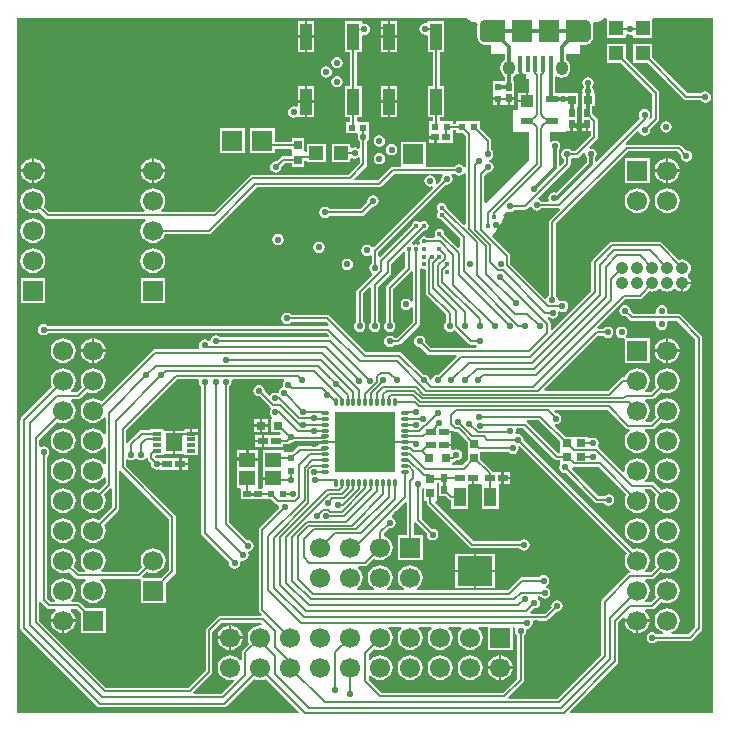
<source format=gtl>
G04 Layer_Physical_Order=1*
G04 Layer_Color=255*
%FSLAX43Y43*%
%MOMM*%
G71*
G01*
G75*
%ADD10C,0.180*%
%ADD11C,0.175*%
%ADD12R,1.400X1.150*%
%ADD13R,0.900X0.600*%
%ADD14R,0.600X0.500*%
%ADD15R,0.600X0.550*%
%ADD16R,0.500X0.650*%
%ADD17R,0.650X0.800*%
%ADD18R,1.200X1.200*%
%ADD19R,1.200X1.200*%
%ADD20R,0.650X0.500*%
%ADD21R,0.800X0.650*%
%ADD22R,0.762X0.762*%
%ADD23R,0.500X0.600*%
%ADD24R,0.700X0.700*%
%ADD25R,0.550X0.600*%
%ADD26R,1.100X0.600*%
%ADD27R,1.100X1.000*%
%ADD28R,5.100X5.100*%
%ADD29O,0.700X0.300*%
%ADD30O,0.300X0.700*%
%ADD31R,1.000X1.600*%
%ADD32R,3.000X2.500*%
%ADD33R,0.400X1.350*%
%ADD34R,0.700X0.300*%
%ADD35R,1.400X1.600*%
%ADD36R,1.000X2.250*%
%ADD37C,0.200*%
%ADD38C,0.125*%
%ADD39C,0.300*%
%ADD40C,0.254*%
%ADD41R,1.800X1.900*%
%ADD42C,1.700*%
%ADD43R,1.700X1.700*%
%ADD44C,3.600*%
%ADD45R,1.700X1.700*%
G04:AMPARAMS|DCode=46|XSize=2.1mm|YSize=1.9mm|CornerRadius=0.494mm|HoleSize=0mm|Usage=FLASHONLY|Rotation=0.000|XOffset=0mm|YOffset=0mm|HoleType=Round|Shape=RoundedRectangle|*
%AMROUNDEDRECTD46*
21,1,2.100,0.912,0,0,0.0*
21,1,1.112,1.900,0,0,0.0*
1,1,0.988,0.556,-0.456*
1,1,0.988,-0.556,-0.456*
1,1,0.988,-0.556,0.456*
1,1,0.988,0.556,0.456*
%
%ADD46ROUNDEDRECTD46*%
G04:AMPARAMS|DCode=47|XSize=1.05mm|YSize=1.25mm|CornerRadius=0.525mm|HoleSize=0mm|Usage=FLASHONLY|Rotation=180.000|XOffset=0mm|YOffset=0mm|HoleType=Round|Shape=RoundedRectangle|*
%AMROUNDEDRECTD47*
21,1,1.050,0.200,0,0,180.0*
21,1,0.000,1.250,0,0,180.0*
1,1,1.050,0.000,0.100*
1,1,1.050,0.000,0.100*
1,1,1.050,0.000,-0.100*
1,1,1.050,0.000,-0.100*
%
%ADD47ROUNDEDRECTD47*%
%ADD48C,1.050*%
%ADD49C,0.550*%
%ADD50C,0.400*%
G36*
X-11368Y-12020D02*
X-11384Y-12100D01*
X-11347Y-12285D01*
X-11257Y-12421D01*
Y-12802D01*
X-13810Y-15356D01*
X-13815Y-15353D01*
X-14000Y-15316D01*
X-14185Y-15353D01*
X-14342Y-15458D01*
X-14447Y-15615D01*
X-14484Y-15800D01*
X-14453Y-15957D01*
X-14533Y-16107D01*
X-15100D01*
X-15133Y-16058D01*
X-15290Y-15953D01*
X-15299Y-15951D01*
X-15348Y-15788D01*
X-12693Y-13132D01*
X-12629Y-13037D01*
X-12607Y-12925D01*
Y-12500D01*
X-12558Y-12467D01*
X-12525Y-12418D01*
X-12100D01*
X-11988Y-12396D01*
X-11893Y-12332D01*
X-11507Y-11946D01*
X-11368Y-12020D01*
D02*
G37*
G36*
X-38727Y-51841D02*
X-38809Y-51982D01*
X-38890Y-51971D01*
X-39164Y-52007D01*
X-39420Y-52113D01*
X-39639Y-52281D01*
X-39807Y-52500D01*
X-39913Y-52756D01*
X-39949Y-53030D01*
X-39913Y-53304D01*
X-39815Y-53541D01*
X-40357Y-54083D01*
X-40421Y-54178D01*
X-40443Y-54290D01*
Y-54885D01*
X-40593Y-54936D01*
X-40681Y-54821D01*
X-40900Y-54653D01*
X-41156Y-54547D01*
X-41430Y-54511D01*
X-41704Y-54547D01*
X-41960Y-54653D01*
X-42179Y-54821D01*
X-42347Y-55040D01*
X-42453Y-55296D01*
X-42489Y-55570D01*
X-42453Y-55844D01*
X-42347Y-56100D01*
X-42179Y-56319D01*
X-41960Y-56487D01*
X-41704Y-56593D01*
X-41430Y-56629D01*
X-41179Y-56596D01*
X-41136Y-56644D01*
X-41102Y-56732D01*
X-42177Y-57807D01*
X-44480D01*
X-44542Y-57657D01*
X-43018Y-56132D01*
X-42954Y-56037D01*
X-42932Y-55925D01*
Y-52546D01*
X-42154Y-51768D01*
X-38783D01*
X-38727Y-51841D01*
D02*
G37*
G36*
X-17283Y-52243D02*
X-17297Y-52265D01*
X-17334Y-52450D01*
X-17297Y-52635D01*
X-17192Y-52792D01*
X-17143Y-52825D01*
Y-56504D01*
X-18346Y-57707D01*
X-28604D01*
X-29707Y-56604D01*
Y-56268D01*
X-29557Y-56217D01*
X-29479Y-56319D01*
X-29260Y-56487D01*
X-29004Y-56593D01*
X-28730Y-56629D01*
X-28456Y-56593D01*
X-28200Y-56487D01*
X-27981Y-56319D01*
X-27813Y-56100D01*
X-27707Y-55844D01*
X-27671Y-55570D01*
X-27707Y-55296D01*
X-27813Y-55040D01*
X-27981Y-54821D01*
X-28200Y-54653D01*
X-28456Y-54547D01*
X-28730Y-54511D01*
X-29004Y-54547D01*
X-29260Y-54653D01*
X-29479Y-54821D01*
X-29557Y-54923D01*
X-29707Y-54872D01*
Y-54421D01*
X-29240Y-53955D01*
X-29004Y-54053D01*
X-28730Y-54089D01*
X-28456Y-54053D01*
X-28200Y-53947D01*
X-27981Y-53779D01*
X-27813Y-53560D01*
X-27707Y-53304D01*
X-27671Y-53030D01*
X-27707Y-52756D01*
X-27813Y-52500D01*
X-27981Y-52281D01*
X-28031Y-52243D01*
X-27980Y-52093D01*
X-26940D01*
X-26889Y-52243D01*
X-26939Y-52281D01*
X-27107Y-52500D01*
X-27213Y-52756D01*
X-27249Y-53030D01*
X-27213Y-53304D01*
X-27107Y-53560D01*
X-26939Y-53779D01*
X-26720Y-53947D01*
X-26464Y-54053D01*
X-26190Y-54089D01*
X-25916Y-54053D01*
X-25660Y-53947D01*
X-25441Y-53779D01*
X-25273Y-53560D01*
X-25167Y-53304D01*
X-25131Y-53030D01*
X-25167Y-52756D01*
X-25273Y-52500D01*
X-25441Y-52281D01*
X-25491Y-52243D01*
X-25440Y-52093D01*
X-24400D01*
X-24349Y-52243D01*
X-24399Y-52281D01*
X-24567Y-52500D01*
X-24673Y-52756D01*
X-24709Y-53030D01*
X-24673Y-53304D01*
X-24567Y-53560D01*
X-24399Y-53779D01*
X-24180Y-53947D01*
X-23924Y-54053D01*
X-23650Y-54089D01*
X-23376Y-54053D01*
X-23120Y-53947D01*
X-22901Y-53779D01*
X-22733Y-53560D01*
X-22627Y-53304D01*
X-22591Y-53030D01*
X-22627Y-52756D01*
X-22733Y-52500D01*
X-22901Y-52281D01*
X-22951Y-52243D01*
X-22900Y-52093D01*
X-21860D01*
X-21809Y-52243D01*
X-21859Y-52281D01*
X-22027Y-52500D01*
X-22133Y-52756D01*
X-22169Y-53030D01*
X-22133Y-53304D01*
X-22027Y-53560D01*
X-21859Y-53779D01*
X-21640Y-53947D01*
X-21384Y-54053D01*
X-21110Y-54089D01*
X-20836Y-54053D01*
X-20580Y-53947D01*
X-20361Y-53779D01*
X-20193Y-53560D01*
X-20087Y-53304D01*
X-20051Y-53030D01*
X-20087Y-52756D01*
X-20193Y-52500D01*
X-20361Y-52281D01*
X-20411Y-52243D01*
X-20360Y-52093D01*
X-19620D01*
Y-54080D01*
X-17520D01*
Y-52093D01*
X-17363D01*
X-17283Y-52243D01*
D02*
G37*
G36*
X-15924Y-16576D02*
X-15922Y-16585D01*
X-15817Y-16742D01*
X-15660Y-16847D01*
X-15475Y-16884D01*
X-15290Y-16847D01*
X-15133Y-16742D01*
X-15100Y-16693D01*
X-13625D01*
X-13619Y-16692D01*
X-13545Y-16830D01*
X-14357Y-17643D01*
X-14421Y-17738D01*
X-14443Y-17850D01*
Y-24050D01*
X-14492Y-24083D01*
X-14597Y-24240D01*
X-14603Y-24270D01*
X-14766Y-24319D01*
X-17719Y-21366D01*
Y-20688D01*
X-17742Y-20575D01*
X-17805Y-20480D01*
X-19236Y-19050D01*
X-19212Y-18932D01*
X-19184Y-18889D01*
X-19029Y-18771D01*
X-18901Y-18603D01*
X-18821Y-18409D01*
X-18793Y-18200D01*
X-18801Y-18142D01*
X-18697Y-18099D01*
X-18529Y-17971D01*
X-18401Y-17803D01*
X-18321Y-17609D01*
X-18293Y-17400D01*
X-18309Y-17280D01*
X-17978Y-16949D01*
X-17965Y-16957D01*
X-17780Y-16994D01*
X-17595Y-16957D01*
X-17438Y-16852D01*
X-17405Y-16803D01*
X-16485D01*
X-16373Y-16781D01*
X-16278Y-16717D01*
X-16087Y-16527D01*
X-15924Y-16576D01*
D02*
G37*
G36*
X-21493Y-13742D02*
Y-18046D01*
X-21632Y-18104D01*
X-23119Y-16617D01*
X-23148Y-16469D01*
X-23237Y-16337D01*
X-23369Y-16248D01*
X-23525Y-16217D01*
X-23681Y-16248D01*
X-23813Y-16337D01*
X-23902Y-16469D01*
X-23933Y-16625D01*
X-23902Y-16781D01*
X-23813Y-16913D01*
Y-16962D01*
X-23902Y-17094D01*
X-23933Y-17250D01*
X-23902Y-17406D01*
X-23813Y-17538D01*
X-23681Y-17627D01*
X-23533Y-17656D01*
X-21968Y-19221D01*
Y-19971D01*
X-22107Y-20029D01*
X-23319Y-18817D01*
X-23348Y-18669D01*
X-23437Y-18537D01*
X-23569Y-18448D01*
X-23725Y-18417D01*
X-23881Y-18448D01*
X-24013Y-18537D01*
X-24102Y-18669D01*
X-24133Y-18825D01*
X-24102Y-18981D01*
X-24068Y-19032D01*
X-24148Y-19182D01*
X-24744D01*
X-24869Y-19098D01*
X-25025Y-19067D01*
X-25181Y-19098D01*
X-25313Y-19187D01*
X-25402Y-19319D01*
X-25433Y-19475D01*
X-25402Y-19631D01*
X-25384Y-19658D01*
X-25492Y-19766D01*
X-25519Y-19748D01*
X-25675Y-19717D01*
X-25831Y-19748D01*
X-25889Y-19787D01*
X-25903Y-19792D01*
X-25979Y-19747D01*
X-26001Y-19565D01*
X-25017Y-18581D01*
X-24869Y-18552D01*
X-24737Y-18463D01*
X-24648Y-18331D01*
X-24617Y-18175D01*
X-24648Y-18019D01*
X-24737Y-17887D01*
X-24869Y-17798D01*
X-25025Y-17767D01*
X-25181Y-17798D01*
X-25239Y-17837D01*
X-25350Y-17874D01*
X-25461Y-17837D01*
X-25519Y-17798D01*
X-25675Y-17767D01*
X-25831Y-17798D01*
X-25963Y-17887D01*
X-26052Y-18019D01*
X-26081Y-18167D01*
X-28732Y-20817D01*
X-28882Y-20755D01*
Y-20421D01*
X-23133Y-14673D01*
X-23075Y-14684D01*
X-22890Y-14647D01*
X-22733Y-14542D01*
X-22628Y-14385D01*
X-22591Y-14200D01*
X-22628Y-14015D01*
X-22709Y-13893D01*
X-22665Y-13771D01*
X-22642Y-13743D01*
X-22425D01*
X-22392Y-13792D01*
X-22235Y-13897D01*
X-22050Y-13934D01*
X-21865Y-13897D01*
X-21708Y-13792D01*
X-21643Y-13696D01*
X-21493Y-13742D01*
D02*
G37*
G36*
X-7832Y-45908D02*
X-7887Y-45980D01*
X-7993Y-46236D01*
X-8029Y-46510D01*
X-7993Y-46784D01*
X-7887Y-47040D01*
X-7719Y-47259D01*
X-7586Y-47361D01*
X-7623Y-47521D01*
X-7662Y-47529D01*
X-7757Y-47593D01*
X-9932Y-49768D01*
X-9996Y-49863D01*
X-10018Y-49975D01*
Y-54504D01*
X-13721Y-58207D01*
X-17821D01*
X-17879Y-58068D01*
X-16643Y-56832D01*
X-16579Y-56737D01*
X-16557Y-56625D01*
Y-52825D01*
X-16508Y-52792D01*
X-16403Y-52635D01*
X-16366Y-52450D01*
X-16371Y-52423D01*
X-16300Y-52284D01*
X-16259Y-52276D01*
X-16115Y-52247D01*
X-15958Y-52142D01*
X-15853Y-51985D01*
X-15816Y-51800D01*
X-15829Y-51731D01*
X-15709Y-51581D01*
X-14688D01*
X-14575Y-51558D01*
X-14480Y-51495D01*
X-13808Y-50823D01*
X-13750Y-50834D01*
X-13565Y-50797D01*
X-13408Y-50692D01*
X-13303Y-50535D01*
X-13266Y-50350D01*
X-13303Y-50165D01*
X-13408Y-50008D01*
X-13565Y-49903D01*
X-13750Y-49866D01*
X-13935Y-49903D01*
X-14092Y-50008D01*
X-14197Y-50165D01*
X-14234Y-50350D01*
X-14223Y-50408D01*
X-14809Y-50994D01*
X-15984D01*
X-16041Y-50856D01*
X-15733Y-50548D01*
X-15675Y-50559D01*
X-15490Y-50522D01*
X-15333Y-50417D01*
X-15228Y-50260D01*
X-15191Y-50075D01*
X-15228Y-49890D01*
X-15333Y-49733D01*
X-15410Y-49681D01*
X-15365Y-49531D01*
X-15175D01*
X-15142Y-49580D01*
X-14985Y-49685D01*
X-14800Y-49722D01*
X-14615Y-49685D01*
X-14458Y-49580D01*
X-14353Y-49423D01*
X-14316Y-49237D01*
X-14353Y-49052D01*
X-14458Y-48895D01*
X-14615Y-48790D01*
X-14664Y-48780D01*
X-14669Y-48767D01*
X-14680Y-48624D01*
X-14558Y-48542D01*
X-14453Y-48385D01*
X-14416Y-48200D01*
X-14453Y-48015D01*
X-14558Y-47858D01*
X-14715Y-47753D01*
X-14900Y-47716D01*
X-15085Y-47753D01*
X-15242Y-47858D01*
X-15275Y-47907D01*
X-16700D01*
X-16812Y-47929D01*
X-16907Y-47993D01*
X-17921Y-49007D01*
X-25606D01*
X-25647Y-48902D01*
X-25647Y-48857D01*
X-25441Y-48699D01*
X-25273Y-48480D01*
X-25167Y-48224D01*
X-25131Y-47950D01*
X-25167Y-47676D01*
X-25273Y-47420D01*
X-25441Y-47201D01*
X-25660Y-47033D01*
X-25916Y-46927D01*
X-26190Y-46891D01*
X-26464Y-46927D01*
X-26720Y-47033D01*
X-26939Y-47201D01*
X-27107Y-47420D01*
X-27213Y-47676D01*
X-27249Y-47950D01*
X-27213Y-48224D01*
X-27107Y-48480D01*
X-26939Y-48699D01*
X-26733Y-48857D01*
X-26733Y-48902D01*
X-26774Y-49007D01*
X-28146D01*
X-28187Y-48902D01*
X-28187Y-48857D01*
X-27981Y-48699D01*
X-27813Y-48480D01*
X-27707Y-48224D01*
X-27671Y-47950D01*
X-27707Y-47676D01*
X-27813Y-47420D01*
X-27981Y-47201D01*
X-28200Y-47033D01*
X-28456Y-46927D01*
X-28730Y-46891D01*
X-29004Y-46927D01*
X-29260Y-47033D01*
X-29479Y-47201D01*
X-29647Y-47420D01*
X-29753Y-47676D01*
X-29789Y-47950D01*
X-29753Y-48224D01*
X-29647Y-48480D01*
X-29479Y-48699D01*
X-29273Y-48857D01*
X-29273Y-48902D01*
X-29314Y-49007D01*
X-30686D01*
X-30727Y-48902D01*
X-30727Y-48857D01*
X-30521Y-48699D01*
X-30353Y-48480D01*
X-30247Y-48224D01*
X-30211Y-47950D01*
X-30247Y-47676D01*
X-30353Y-47420D01*
X-30521Y-47201D01*
X-30597Y-47143D01*
X-30546Y-46993D01*
X-30020D01*
X-29908Y-46971D01*
X-29813Y-46907D01*
X-29240Y-46335D01*
X-29004Y-46433D01*
X-28730Y-46469D01*
X-28456Y-46433D01*
X-28200Y-46327D01*
X-27981Y-46159D01*
X-27813Y-45940D01*
X-27707Y-45684D01*
X-27671Y-45410D01*
X-27707Y-45136D01*
X-27813Y-44880D01*
X-27981Y-44661D01*
X-28200Y-44493D01*
X-28437Y-44395D01*
Y-44251D01*
X-27958Y-43773D01*
X-27900Y-43784D01*
X-27715Y-43747D01*
X-27558Y-43642D01*
X-27453Y-43485D01*
X-27416Y-43300D01*
X-27453Y-43115D01*
X-27558Y-42958D01*
X-27715Y-42853D01*
X-27724Y-42851D01*
X-27773Y-42688D01*
X-26622Y-41536D01*
X-26483Y-41594D01*
Y-44360D01*
X-27240D01*
Y-46460D01*
X-25140D01*
Y-44360D01*
X-25897D01*
Y-43306D01*
X-25747Y-43260D01*
X-25732Y-43282D01*
X-24773Y-44242D01*
X-24784Y-44300D01*
X-24747Y-44485D01*
X-24642Y-44642D01*
X-24485Y-44747D01*
X-24300Y-44784D01*
X-24115Y-44747D01*
X-23958Y-44642D01*
X-23853Y-44485D01*
X-23816Y-44300D01*
X-23853Y-44115D01*
X-23958Y-43958D01*
X-24115Y-43853D01*
X-24300Y-43816D01*
X-24358Y-43827D01*
X-25232Y-42954D01*
Y-40406D01*
X-25149Y-40337D01*
X-25052Y-40362D01*
X-25000Y-40392D01*
Y-41425D01*
X-24768D01*
Y-41625D01*
X-24746Y-41737D01*
X-24682Y-41832D01*
X-21132Y-45382D01*
X-21037Y-45446D01*
X-20925Y-45468D01*
X-16950D01*
X-16917Y-45517D01*
X-16760Y-45622D01*
X-16575Y-45659D01*
X-16390Y-45622D01*
X-16233Y-45517D01*
X-16128Y-45360D01*
X-16091Y-45175D01*
X-16128Y-44990D01*
X-16233Y-44833D01*
X-16390Y-44728D01*
X-16575Y-44691D01*
X-16760Y-44728D01*
X-16917Y-44833D01*
X-16950Y-44882D01*
X-20804D01*
X-24110Y-41575D01*
X-24048Y-41425D01*
X-23950D01*
Y-40375D01*
X-23950Y-40225D01*
X-23950Y-40075D01*
Y-39918D01*
X-23775D01*
Y-41025D01*
X-23215D01*
X-22907Y-41332D01*
X-22812Y-41396D01*
X-22700Y-41418D01*
Y-42125D01*
X-21300D01*
Y-40125D01*
X-21240Y-40000D01*
X-21000D01*
Y-39500D01*
X-20800D01*
Y-40000D01*
X-20250D01*
Y-40000D01*
X-20160D01*
X-20100Y-40140D01*
Y-42125D01*
X-18700D01*
Y-40125D01*
X-18640Y-40000D01*
X-18475D01*
Y-39500D01*
Y-39000D01*
X-19213D01*
X-19268Y-38918D01*
X-20250Y-37935D01*
Y-37293D01*
X-17875D01*
X-17842Y-37342D01*
X-17685Y-37447D01*
X-17500Y-37484D01*
X-17315Y-37447D01*
X-17158Y-37342D01*
X-17053Y-37185D01*
X-17016Y-37000D01*
X-17032Y-36920D01*
X-16893Y-36846D01*
X-7832Y-45908D01*
D02*
G37*
G36*
X-22499Y-35558D02*
X-22387Y-35581D01*
X-22207D01*
X-21300Y-36488D01*
Y-37075D01*
X-21300Y-37225D01*
X-21300D01*
Y-37225D01*
X-21300D01*
Y-37935D01*
X-21796Y-38432D01*
X-22513D01*
X-22650Y-38400D01*
X-22650Y-38218D01*
X-22575Y-38143D01*
X-22463Y-38121D01*
X-22368Y-38057D01*
X-22333Y-38023D01*
X-22275Y-38034D01*
X-22090Y-37997D01*
X-21933Y-37892D01*
X-21828Y-37735D01*
X-21791Y-37550D01*
X-21828Y-37365D01*
X-21933Y-37208D01*
X-22090Y-37103D01*
X-22275Y-37066D01*
X-22460Y-37103D01*
X-22550Y-37162D01*
X-22700Y-37082D01*
Y-36800D01*
X-23350D01*
Y-36600D01*
X-22700D01*
Y-36200D01*
X-22700D01*
X-22700Y-36100D01*
X-22700D01*
X-22700Y-36050D01*
Y-35586D01*
X-22550Y-35525D01*
X-22499Y-35558D01*
D02*
G37*
G36*
X-21248Y-737D02*
X-20935Y-866D01*
X-20599Y-911D01*
X-20591Y-910D01*
X-20484Y-1036D01*
X-20483Y-1047D01*
X-20489Y-1092D01*
X-20497Y-1134D01*
X-20497Y-1145D01*
X-20499Y-1155D01*
X-20502Y-1186D01*
X-20506Y-1219D01*
Y-2131D01*
X-20501Y-2166D01*
X-20499Y-2193D01*
X-20497Y-2201D01*
X-20497Y-2209D01*
X-20490Y-2254D01*
X-20489Y-2258D01*
X-20482Y-2312D01*
X-20464Y-2356D01*
X-20452Y-2389D01*
X-20448Y-2394D01*
X-20446Y-2398D01*
X-20445Y-2404D01*
X-20438Y-2418D01*
X-20412Y-2481D01*
X-20301Y-2626D01*
X-20156Y-2737D01*
X-20090Y-2764D01*
X-20085Y-2767D01*
X-20082Y-2768D01*
X-20071Y-2773D01*
X-20068Y-2774D01*
X-20056Y-2779D01*
X-19987Y-2807D01*
X-19933Y-2814D01*
X-19928Y-2816D01*
X-19875Y-2823D01*
X-19870Y-2823D01*
X-19865Y-2824D01*
X-19844Y-2826D01*
X-19806Y-2831D01*
X-19350D01*
Y-3650D01*
X-18182D01*
Y-4063D01*
X-18191Y-4067D01*
X-18342Y-4183D01*
X-18458Y-4334D01*
X-18531Y-4511D01*
X-18556Y-4700D01*
Y-4900D01*
X-18531Y-5089D01*
X-18458Y-5266D01*
X-18342Y-5417D01*
X-18191Y-5533D01*
X-18182Y-5537D01*
Y-5900D01*
X-19200D01*
Y-6900D01*
X-19200D01*
Y-6900D01*
X-19200D01*
Y-7300D01*
X-18725D01*
Y-7400D01*
X-18625D01*
Y-7900D01*
X-18275D01*
Y-7900D01*
X-17925D01*
Y-7375D01*
X-17825D01*
Y-7275D01*
X-17375D01*
Y-6950D01*
Y-5900D01*
X-17468D01*
Y-5537D01*
X-17459Y-5533D01*
X-17308Y-5417D01*
X-17256Y-5350D01*
X-17000D01*
Y-4475D01*
X-16800D01*
Y-5350D01*
X-16400D01*
Y-5750D01*
X-16161D01*
Y-6900D01*
X-16216D01*
Y-7600D01*
X-16316D01*
Y-7700D01*
X-17066D01*
Y-8300D01*
X-17175Y-8400D01*
X-17466D01*
Y-10200D01*
X-16161D01*
Y-12627D01*
X-19768Y-16234D01*
X-19907Y-16177D01*
Y-13921D01*
X-19658Y-13673D01*
X-19600Y-13684D01*
X-19415Y-13647D01*
X-19258Y-13542D01*
X-19153Y-13385D01*
X-19116Y-13200D01*
X-19153Y-13015D01*
X-19258Y-12858D01*
X-19415Y-12753D01*
X-19495Y-12736D01*
Y-12584D01*
X-19440Y-12572D01*
X-19283Y-12467D01*
X-19178Y-12310D01*
X-19141Y-12125D01*
X-19178Y-11940D01*
X-19283Y-11783D01*
X-19319Y-11758D01*
Y-10986D01*
X-19319Y-10986D01*
X-19342Y-10869D01*
X-19409Y-10769D01*
X-20311Y-9867D01*
Y-9325D01*
X-21311D01*
Y-9325D01*
X-21461Y-9325D01*
X-22311D01*
Y-9507D01*
X-22600D01*
Y-9325D01*
X-23600D01*
X-23707Y-9221D01*
Y-8975D01*
X-23300D01*
Y-6325D01*
X-23707D01*
Y-3475D01*
X-23300D01*
Y-825D01*
X-24700D01*
Y-912D01*
X-24850Y-1031D01*
X-24925Y-1016D01*
X-25110Y-1053D01*
X-25267Y-1158D01*
X-25372Y-1315D01*
X-25409Y-1500D01*
X-25372Y-1685D01*
X-25267Y-1842D01*
X-25110Y-1947D01*
X-24925Y-1984D01*
X-24850Y-1969D01*
X-24700Y-2088D01*
Y-3475D01*
X-24293D01*
Y-6325D01*
X-24700D01*
Y-8975D01*
X-24293D01*
Y-9325D01*
X-24600D01*
Y-10225D01*
X-24600D01*
Y-10575D01*
X-24075D01*
Y-10675D01*
X-23975D01*
Y-11125D01*
X-22600D01*
Y-10093D01*
X-22311D01*
Y-10275D01*
X-21750D01*
X-21493Y-10532D01*
Y-13158D01*
X-21643Y-13204D01*
X-21708Y-13108D01*
X-21865Y-13003D01*
X-22050Y-12966D01*
X-22235Y-13003D01*
X-22392Y-13108D01*
X-22425Y-13157D01*
X-24875D01*
Y-11075D01*
X-26975D01*
Y-13157D01*
X-27675D01*
X-27787Y-13179D01*
X-27882Y-13243D01*
X-28946Y-14307D01*
X-30896D01*
X-30954Y-14168D01*
X-29943Y-13157D01*
X-29879Y-13062D01*
X-29857Y-12950D01*
Y-11025D01*
X-29808Y-10992D01*
X-29703Y-10835D01*
X-29666Y-10650D01*
X-29701Y-10475D01*
X-29700Y-10457D01*
X-29650Y-10325D01*
X-29650Y-10325D01*
X-29650Y-10325D01*
Y-9375D01*
X-30500D01*
X-30650Y-9375D01*
X-30694Y-9243D01*
Y-8975D01*
X-30300D01*
Y-6325D01*
X-30694D01*
Y-3475D01*
X-30300D01*
Y-2113D01*
X-30150Y-1994D01*
X-30075Y-2009D01*
X-29890Y-1972D01*
X-29733Y-1867D01*
X-29628Y-1710D01*
X-29591Y-1525D01*
X-29628Y-1340D01*
X-29733Y-1183D01*
X-29890Y-1078D01*
X-30075Y-1041D01*
X-30150Y-1056D01*
X-30300Y-937D01*
Y-825D01*
X-31700D01*
Y-3475D01*
X-31306D01*
Y-6325D01*
X-31700D01*
Y-8975D01*
X-31306D01*
Y-9375D01*
X-31650D01*
Y-10325D01*
X-30685Y-10325D01*
X-30601Y-10431D01*
X-30599Y-10475D01*
X-30634Y-10650D01*
X-30597Y-10835D01*
X-30492Y-10992D01*
X-30443Y-11025D01*
Y-11567D01*
X-30471Y-11590D01*
X-30593Y-11634D01*
X-30715Y-11553D01*
X-30900Y-11516D01*
X-31085Y-11553D01*
X-31100Y-11562D01*
X-31250Y-11482D01*
Y-11200D01*
X-32850D01*
Y-12800D01*
X-31250D01*
Y-12518D01*
X-31100Y-12438D01*
X-31085Y-12447D01*
X-30900Y-12484D01*
X-30715Y-12447D01*
X-30593Y-12366D01*
X-30471Y-12410D01*
X-30443Y-12433D01*
Y-12829D01*
X-31446Y-13832D01*
X-39560D01*
X-39672Y-13854D01*
X-39767Y-13918D01*
X-42831Y-16982D01*
X-47239D01*
X-47290Y-16832D01*
X-47221Y-16779D01*
X-47053Y-16560D01*
X-46947Y-16304D01*
X-46911Y-16030D01*
X-46947Y-15756D01*
X-47053Y-15500D01*
X-47221Y-15281D01*
X-47440Y-15113D01*
X-47696Y-15007D01*
X-47970Y-14971D01*
X-48244Y-15007D01*
X-48500Y-15113D01*
X-48719Y-15281D01*
X-48887Y-15500D01*
X-48993Y-15756D01*
X-49029Y-16030D01*
X-48993Y-16304D01*
X-48887Y-16560D01*
X-48719Y-16779D01*
X-48650Y-16832D01*
X-48701Y-16982D01*
X-56764D01*
X-57205Y-16541D01*
X-57107Y-16304D01*
X-57071Y-16030D01*
X-57107Y-15756D01*
X-57213Y-15500D01*
X-57381Y-15281D01*
X-57600Y-15113D01*
X-57856Y-15007D01*
X-58130Y-14971D01*
X-58404Y-15007D01*
X-58660Y-15113D01*
X-58879Y-15281D01*
X-59047Y-15500D01*
X-59153Y-15756D01*
X-59189Y-16030D01*
X-59153Y-16304D01*
X-59047Y-16560D01*
X-58879Y-16779D01*
X-58660Y-16947D01*
X-58404Y-17053D01*
X-58130Y-17089D01*
X-57856Y-17053D01*
X-57619Y-16955D01*
X-57092Y-17482D01*
X-56997Y-17546D01*
X-56885Y-17568D01*
X-48636D01*
X-48585Y-17718D01*
X-48719Y-17821D01*
X-48887Y-18040D01*
X-48993Y-18296D01*
X-49029Y-18570D01*
X-48993Y-18844D01*
X-48887Y-19100D01*
X-48719Y-19319D01*
X-48500Y-19487D01*
X-48244Y-19593D01*
X-47970Y-19629D01*
X-47696Y-19593D01*
X-47440Y-19487D01*
X-47221Y-19319D01*
X-47053Y-19100D01*
X-46955Y-18863D01*
X-43270D01*
X-43158Y-18841D01*
X-43063Y-18777D01*
X-39179Y-14893D01*
X-28825D01*
X-28713Y-14871D01*
X-28618Y-14807D01*
X-27554Y-13743D01*
X-23508D01*
X-23485Y-13771D01*
X-23441Y-13893D01*
X-23522Y-14015D01*
X-23559Y-14200D01*
X-23548Y-14258D01*
X-23883Y-14593D01*
X-24044Y-14557D01*
X-24050Y-14549D01*
X-24016Y-14375D01*
X-24053Y-14190D01*
X-24158Y-14033D01*
X-24315Y-13928D01*
X-24500Y-13891D01*
X-24685Y-13928D01*
X-24842Y-14033D01*
X-24947Y-14190D01*
X-24984Y-14375D01*
X-24947Y-14560D01*
X-24842Y-14717D01*
X-24685Y-14822D01*
X-24500Y-14859D01*
X-24326Y-14825D01*
X-24318Y-14831D01*
X-24282Y-14992D01*
X-29277Y-19987D01*
X-29468Y-19966D01*
X-29508Y-19908D01*
X-29665Y-19803D01*
X-29850Y-19766D01*
X-30035Y-19803D01*
X-30192Y-19908D01*
X-30297Y-20065D01*
X-30334Y-20250D01*
X-30297Y-20435D01*
X-30192Y-20592D01*
X-30035Y-20697D01*
X-29850Y-20734D01*
X-29665Y-20697D01*
X-29618Y-20666D01*
X-29468Y-20747D01*
Y-21375D01*
X-29517Y-21408D01*
X-29622Y-21565D01*
X-29659Y-21750D01*
X-29622Y-21935D01*
X-29517Y-22092D01*
X-29459Y-22132D01*
X-29438Y-22323D01*
X-30687Y-23573D01*
X-30751Y-23668D01*
X-30773Y-23780D01*
Y-26295D01*
X-30822Y-26328D01*
X-30927Y-26485D01*
X-30964Y-26670D01*
X-30927Y-26855D01*
X-30822Y-27012D01*
X-30665Y-27117D01*
X-30480Y-27154D01*
X-30295Y-27117D01*
X-30138Y-27012D01*
X-30033Y-26855D01*
X-29996Y-26670D01*
X-30033Y-26485D01*
X-30138Y-26328D01*
X-30187Y-26295D01*
Y-23901D01*
X-29642Y-23356D01*
X-29503Y-23413D01*
Y-26295D01*
X-29552Y-26328D01*
X-29657Y-26485D01*
X-29694Y-26670D01*
X-29657Y-26855D01*
X-29552Y-27012D01*
X-29395Y-27117D01*
X-29210Y-27154D01*
X-29025Y-27117D01*
X-28868Y-27012D01*
X-28763Y-26855D01*
X-28726Y-26670D01*
X-28763Y-26485D01*
X-28868Y-26328D01*
X-28917Y-26295D01*
Y-23331D01*
X-27893Y-22307D01*
X-27829Y-22212D01*
X-27807Y-22100D01*
Y-21371D01*
X-26816Y-20380D01*
X-26623Y-20399D01*
X-26618Y-20406D01*
Y-21679D01*
X-28147Y-23208D01*
X-28211Y-23303D01*
X-28233Y-23415D01*
Y-26295D01*
X-28282Y-26328D01*
X-28387Y-26485D01*
X-28424Y-26670D01*
X-28387Y-26855D01*
X-28282Y-27012D01*
X-28125Y-27117D01*
X-27940Y-27154D01*
X-27755Y-27117D01*
X-27598Y-27012D01*
X-27493Y-26855D01*
X-27456Y-26670D01*
X-27493Y-26485D01*
X-27598Y-26328D01*
X-27647Y-26295D01*
Y-23536D01*
X-26118Y-22008D01*
X-26116Y-22008D01*
X-25968Y-22053D01*
Y-24533D01*
X-26118Y-24579D01*
X-26183Y-24483D01*
X-26340Y-24378D01*
X-26525Y-24341D01*
X-26710Y-24378D01*
X-26867Y-24483D01*
X-26972Y-24640D01*
X-27009Y-24825D01*
X-26972Y-25010D01*
X-26867Y-25167D01*
X-26710Y-25272D01*
X-26525Y-25309D01*
X-26340Y-25272D01*
X-26183Y-25167D01*
X-26118Y-25071D01*
X-25968Y-25117D01*
Y-26279D01*
X-27336Y-27647D01*
X-27565D01*
X-27598Y-27598D01*
X-27755Y-27493D01*
X-27940Y-27456D01*
X-28125Y-27493D01*
X-28282Y-27598D01*
X-28387Y-27755D01*
X-28424Y-27940D01*
X-28387Y-28125D01*
X-28282Y-28282D01*
X-28125Y-28387D01*
X-27940Y-28424D01*
X-27755Y-28387D01*
X-27598Y-28282D01*
X-27565Y-28233D01*
X-27215D01*
X-27103Y-28211D01*
X-27008Y-28147D01*
X-25468Y-26607D01*
X-25404Y-26512D01*
X-25382Y-26400D01*
Y-21848D01*
X-25232Y-21768D01*
X-25181Y-21802D01*
X-25025Y-21833D01*
X-24997Y-21827D01*
X-24881Y-21922D01*
Y-22544D01*
X-24881Y-22544D01*
Y-23812D01*
X-24858Y-23925D01*
X-24795Y-24020D01*
X-23153Y-25661D01*
Y-26295D01*
X-23202Y-26328D01*
X-23307Y-26485D01*
X-23344Y-26670D01*
X-23307Y-26855D01*
X-23202Y-27012D01*
X-23045Y-27117D01*
X-22860Y-27154D01*
X-22675Y-27117D01*
X-22518Y-27012D01*
X-22399Y-27001D01*
X-21252Y-28147D01*
X-21157Y-28211D01*
X-21045Y-28233D01*
X-20695D01*
X-20662Y-28282D01*
X-20551Y-28357D01*
X-20597Y-28507D01*
X-24419D01*
X-24927Y-27998D01*
X-24916Y-27940D01*
X-24953Y-27755D01*
X-25058Y-27598D01*
X-25215Y-27493D01*
X-25400Y-27456D01*
X-25585Y-27493D01*
X-25742Y-27598D01*
X-25847Y-27755D01*
X-25884Y-27940D01*
X-25847Y-28125D01*
X-25742Y-28282D01*
X-25585Y-28387D01*
X-25400Y-28424D01*
X-25342Y-28413D01*
X-24747Y-29007D01*
X-24652Y-29071D01*
X-24540Y-29093D01*
X-22329D01*
X-22271Y-29232D01*
X-23817Y-30777D01*
X-23875Y-30766D01*
X-24060Y-30802D01*
X-24217Y-30907D01*
X-24322Y-31065D01*
X-24336Y-31134D01*
X-24503Y-31205D01*
X-24556Y-31171D01*
X-24577Y-31065D01*
X-24682Y-30907D01*
X-24840Y-30802D01*
X-25025Y-30766D01*
X-25083Y-30777D01*
X-26918Y-28943D01*
X-27013Y-28879D01*
X-27125Y-28857D01*
X-29929D01*
X-32993Y-25793D01*
X-33088Y-25729D01*
X-33200Y-25707D01*
X-36250D01*
X-36283Y-25658D01*
X-36440Y-25553D01*
X-36625Y-25516D01*
X-36810Y-25553D01*
X-36967Y-25658D01*
X-37072Y-25815D01*
X-37109Y-26000D01*
X-37072Y-26185D01*
X-36967Y-26342D01*
X-36810Y-26447D01*
X-36625Y-26484D01*
X-36440Y-26447D01*
X-36283Y-26342D01*
X-36250Y-26293D01*
X-33321D01*
X-33101Y-26514D01*
X-33134Y-26610D01*
X-33170Y-26657D01*
X-56850D01*
X-56883Y-26608D01*
X-57040Y-26503D01*
X-57225Y-26466D01*
X-57410Y-26503D01*
X-57567Y-26608D01*
X-57672Y-26765D01*
X-57709Y-26950D01*
X-57672Y-27135D01*
X-57567Y-27292D01*
X-57410Y-27397D01*
X-57225Y-27434D01*
X-57040Y-27397D01*
X-56883Y-27292D01*
X-56850Y-27243D01*
X-33271D01*
X-33058Y-27457D01*
X-33120Y-27607D01*
X-42275D01*
X-42308Y-27558D01*
X-42465Y-27453D01*
X-42650Y-27416D01*
X-42835Y-27453D01*
X-42992Y-27558D01*
X-43097Y-27715D01*
X-43123Y-27843D01*
X-43191Y-27876D01*
X-43276Y-27898D01*
X-43417Y-27804D01*
X-43602Y-27767D01*
X-43787Y-27804D01*
X-43945Y-27909D01*
X-44050Y-28066D01*
X-44086Y-28251D01*
X-44050Y-28437D01*
X-44036Y-28457D01*
X-44116Y-28607D01*
X-47775D01*
X-47887Y-28629D01*
X-47982Y-28693D01*
X-52320Y-33031D01*
X-52500Y-32893D01*
X-52756Y-32787D01*
X-53030Y-32751D01*
X-53304Y-32787D01*
X-53560Y-32893D01*
X-53779Y-33061D01*
X-53947Y-33280D01*
X-54053Y-33536D01*
X-54089Y-33810D01*
X-54053Y-34084D01*
X-53947Y-34340D01*
X-53779Y-34559D01*
X-53560Y-34727D01*
X-53304Y-34833D01*
X-53030Y-34869D01*
X-52756Y-34833D01*
X-52500Y-34727D01*
X-52281Y-34559D01*
X-52118Y-34346D01*
X-52103Y-34345D01*
X-51968Y-34402D01*
Y-35758D01*
X-52103Y-35815D01*
X-52118Y-35814D01*
X-52281Y-35601D01*
X-52500Y-35433D01*
X-52756Y-35327D01*
X-53030Y-35291D01*
X-53304Y-35327D01*
X-53560Y-35433D01*
X-53779Y-35601D01*
X-53947Y-35820D01*
X-54053Y-36076D01*
X-54089Y-36350D01*
X-54053Y-36624D01*
X-53947Y-36880D01*
X-53779Y-37099D01*
X-53560Y-37267D01*
X-53304Y-37373D01*
X-53030Y-37409D01*
X-52756Y-37373D01*
X-52500Y-37267D01*
X-52281Y-37099D01*
X-52118Y-36886D01*
X-52103Y-36885D01*
X-51968Y-36942D01*
Y-38298D01*
X-52103Y-38355D01*
X-52118Y-38354D01*
X-52281Y-38141D01*
X-52500Y-37973D01*
X-52756Y-37867D01*
X-53030Y-37831D01*
X-53304Y-37867D01*
X-53560Y-37973D01*
X-53779Y-38141D01*
X-53947Y-38360D01*
X-54053Y-38616D01*
X-54089Y-38890D01*
X-54053Y-39164D01*
X-53947Y-39420D01*
X-53779Y-39639D01*
X-53560Y-39807D01*
X-53304Y-39913D01*
X-53030Y-39949D01*
X-52756Y-39913D01*
X-52500Y-39807D01*
X-52281Y-39639D01*
X-52118Y-39426D01*
X-52103Y-39425D01*
X-51968Y-39482D01*
Y-39954D01*
X-52520Y-40505D01*
X-52756Y-40407D01*
X-53030Y-40371D01*
X-53304Y-40407D01*
X-53560Y-40513D01*
X-53779Y-40681D01*
X-53947Y-40900D01*
X-54053Y-41156D01*
X-54089Y-41430D01*
X-54053Y-41704D01*
X-53947Y-41960D01*
X-53779Y-42179D01*
X-53560Y-42347D01*
X-53304Y-42453D01*
X-53030Y-42489D01*
X-52756Y-42453D01*
X-52500Y-42347D01*
X-52281Y-42179D01*
X-52113Y-41960D01*
X-52007Y-41704D01*
X-51971Y-41430D01*
X-52007Y-41156D01*
X-52105Y-40919D01*
X-51568Y-40383D01*
X-51418Y-40445D01*
Y-41944D01*
X-52520Y-43045D01*
X-52756Y-42947D01*
X-53030Y-42911D01*
X-53304Y-42947D01*
X-53560Y-43053D01*
X-53779Y-43221D01*
X-53947Y-43440D01*
X-54053Y-43696D01*
X-54089Y-43970D01*
X-54053Y-44244D01*
X-53947Y-44500D01*
X-53779Y-44719D01*
X-53560Y-44887D01*
X-53304Y-44993D01*
X-53030Y-45029D01*
X-52756Y-44993D01*
X-52500Y-44887D01*
X-52281Y-44719D01*
X-52113Y-44500D01*
X-52007Y-44244D01*
X-51971Y-43970D01*
X-52007Y-43696D01*
X-52105Y-43459D01*
X-50918Y-42272D01*
X-50854Y-42177D01*
X-50832Y-42065D01*
Y-38945D01*
X-50682Y-38883D01*
X-46618Y-42946D01*
Y-47304D01*
X-47315Y-48000D01*
X-48813D01*
X-48875Y-47850D01*
X-48460Y-47435D01*
X-48224Y-47533D01*
X-47950Y-47569D01*
X-47676Y-47533D01*
X-47420Y-47427D01*
X-47201Y-47259D01*
X-47033Y-47040D01*
X-46927Y-46784D01*
X-46891Y-46510D01*
X-46927Y-46236D01*
X-47033Y-45980D01*
X-47201Y-45761D01*
X-47420Y-45593D01*
X-47676Y-45487D01*
X-47950Y-45451D01*
X-48224Y-45487D01*
X-48480Y-45593D01*
X-48699Y-45761D01*
X-48867Y-45980D01*
X-48973Y-46236D01*
X-49009Y-46510D01*
X-48973Y-46784D01*
X-48875Y-47020D01*
X-49316Y-47462D01*
X-52299D01*
X-52350Y-47312D01*
X-52281Y-47259D01*
X-52113Y-47040D01*
X-52007Y-46784D01*
X-51971Y-46510D01*
X-52007Y-46236D01*
X-52113Y-45980D01*
X-52281Y-45761D01*
X-52500Y-45593D01*
X-52756Y-45487D01*
X-53030Y-45451D01*
X-53304Y-45487D01*
X-53560Y-45593D01*
X-53779Y-45761D01*
X-53947Y-45980D01*
X-54053Y-46236D01*
X-54089Y-46510D01*
X-54053Y-46784D01*
X-53947Y-47040D01*
X-53779Y-47259D01*
X-53710Y-47312D01*
X-53761Y-47462D01*
X-54204D01*
X-54645Y-47021D01*
X-54547Y-46784D01*
X-54511Y-46510D01*
X-54547Y-46236D01*
X-54653Y-45980D01*
X-54821Y-45761D01*
X-55040Y-45593D01*
X-55296Y-45487D01*
X-55570Y-45451D01*
X-55844Y-45487D01*
X-56100Y-45593D01*
X-56319Y-45761D01*
X-56487Y-45980D01*
X-56593Y-46236D01*
X-56629Y-46510D01*
X-56593Y-46784D01*
X-56487Y-47040D01*
X-56319Y-47259D01*
X-56100Y-47427D01*
X-55844Y-47533D01*
X-55570Y-47569D01*
X-55296Y-47533D01*
X-55060Y-47435D01*
X-54532Y-47962D01*
X-54437Y-48026D01*
X-54325Y-48048D01*
X-53696D01*
X-53645Y-48198D01*
X-53779Y-48301D01*
X-53947Y-48520D01*
X-54053Y-48776D01*
X-54089Y-49050D01*
X-54053Y-49324D01*
X-53947Y-49580D01*
X-53779Y-49799D01*
X-53560Y-49967D01*
X-53304Y-50073D01*
X-53030Y-50109D01*
X-52756Y-50073D01*
X-52500Y-49967D01*
X-52281Y-49799D01*
X-52113Y-49580D01*
X-52007Y-49324D01*
X-51971Y-49050D01*
X-52007Y-48776D01*
X-52113Y-48520D01*
X-52281Y-48301D01*
X-52415Y-48198D01*
X-52364Y-48048D01*
X-49195D01*
X-49150Y-48039D01*
X-49016Y-48127D01*
X-49000Y-48151D01*
Y-50100D01*
X-46900D01*
Y-48415D01*
X-46118Y-47632D01*
X-46054Y-47537D01*
X-46032Y-47425D01*
Y-42825D01*
X-46054Y-42713D01*
X-46118Y-42618D01*
X-50232Y-38504D01*
Y-38008D01*
X-50082Y-37933D01*
X-49985Y-37997D01*
X-49800Y-38034D01*
X-49615Y-37997D01*
X-49485Y-37911D01*
X-49388Y-37900D01*
X-49290Y-37911D01*
X-49160Y-37997D01*
X-48975Y-38034D01*
X-48790Y-37997D01*
X-48633Y-37892D01*
X-48581Y-37815D01*
X-48451Y-37845D01*
X-48429Y-37858D01*
X-48408Y-37967D01*
X-48341Y-38066D01*
X-48126Y-38282D01*
X-48134Y-38325D01*
X-48097Y-38510D01*
X-47992Y-38667D01*
X-47835Y-38772D01*
X-47650Y-38809D01*
X-47550Y-38789D01*
X-47400Y-38825D01*
Y-38825D01*
X-45750D01*
Y-38325D01*
Y-37825D01*
X-47400D01*
Y-37825D01*
X-47550Y-37861D01*
X-47650Y-37841D01*
X-47693Y-37849D01*
X-47810Y-37732D01*
X-47755Y-37600D01*
X-47100Y-37600D01*
X-46991Y-37500D01*
X-46950D01*
X-46300D01*
Y-36500D01*
Y-35500D01*
X-46991D01*
X-47100Y-35400D01*
X-47209Y-35400D01*
X-48200D01*
Y-35457D01*
X-48925D01*
X-49037Y-35479D01*
X-49132Y-35543D01*
X-50007Y-36418D01*
X-50071Y-36513D01*
X-50082Y-36568D01*
X-50232Y-36554D01*
Y-35446D01*
X-45929Y-31143D01*
X-44184D01*
X-44070Y-31293D01*
X-44086Y-31377D01*
X-44050Y-31562D01*
X-43945Y-31719D01*
X-43893Y-31753D01*
Y-44185D01*
X-43871Y-44297D01*
X-43807Y-44392D01*
X-41540Y-46659D01*
X-41552Y-46717D01*
X-41515Y-46903D01*
X-41410Y-47060D01*
X-41253Y-47165D01*
X-41067Y-47202D01*
X-40882Y-47165D01*
X-40725Y-47060D01*
X-40620Y-46903D01*
X-40583Y-46717D01*
X-40603Y-46616D01*
X-40588Y-46591D01*
X-40474Y-46500D01*
X-40342Y-46527D01*
X-40157Y-46490D01*
X-40000Y-46385D01*
X-39895Y-46228D01*
X-39858Y-46042D01*
X-39895Y-45857D01*
X-39818Y-45702D01*
X-39757Y-45690D01*
X-39600Y-45585D01*
X-39495Y-45428D01*
X-39458Y-45242D01*
X-39495Y-45057D01*
X-39600Y-44900D01*
X-39757Y-44795D01*
X-39942Y-44758D01*
X-40001Y-44770D01*
X-41507Y-43263D01*
Y-31750D01*
X-41458Y-31717D01*
X-41353Y-31560D01*
X-41316Y-31375D01*
X-41332Y-31293D01*
X-41217Y-31143D01*
X-36904D01*
X-36862Y-31239D01*
X-36850Y-31293D01*
X-36947Y-31440D01*
X-36984Y-31625D01*
X-36947Y-31810D01*
X-37039Y-31848D01*
X-37060Y-31853D01*
X-37217Y-31958D01*
X-37322Y-32115D01*
X-37340Y-32201D01*
X-37400Y-32303D01*
X-37503Y-32310D01*
X-37600Y-32291D01*
X-37785Y-32328D01*
X-37942Y-32433D01*
X-37992Y-32506D01*
X-38177Y-32533D01*
X-38527Y-32183D01*
X-38516Y-32125D01*
X-38553Y-31940D01*
X-38658Y-31783D01*
X-38815Y-31678D01*
X-39000Y-31641D01*
X-39185Y-31678D01*
X-39342Y-31783D01*
X-39447Y-31940D01*
X-39484Y-32125D01*
X-39447Y-32310D01*
X-39342Y-32467D01*
X-39185Y-32572D01*
X-39000Y-32609D01*
X-38942Y-32598D01*
X-38038Y-33501D01*
X-37983Y-33562D01*
X-38015Y-33716D01*
X-38047Y-33765D01*
X-38084Y-33950D01*
X-38047Y-34135D01*
X-37942Y-34292D01*
X-37865Y-34344D01*
X-37911Y-34494D01*
X-38007D01*
Y-35656D01*
X-37184D01*
X-37119Y-35739D01*
X-37184Y-35885D01*
X-38572D01*
Y-36385D01*
Y-36885D01*
X-36922D01*
Y-36678D01*
X-36598D01*
X-36485Y-36656D01*
X-36390Y-36592D01*
X-36327Y-36529D01*
X-36300Y-36534D01*
X-36115Y-36497D01*
X-35958Y-36392D01*
X-35950Y-36381D01*
X-34051D01*
X-34035Y-36400D01*
X-33400D01*
Y-36600D01*
X-33937D01*
X-33930Y-36637D01*
X-33908Y-36669D01*
X-33988Y-36819D01*
X-35537D01*
X-35650Y-36842D01*
X-35745Y-36905D01*
X-36190Y-37350D01*
X-36725D01*
Y-37350D01*
X-36875Y-37350D01*
Y-37175D01*
X-38675D01*
Y-38625D01*
X-38675Y-38725D01*
X-38675Y-38875D01*
Y-39450D01*
X-37775D01*
Y-39650D01*
X-38675D01*
Y-40275D01*
X-38675Y-40325D01*
X-38783Y-40425D01*
X-38966D01*
X-39075Y-40325D01*
Y-38875D01*
X-39075Y-38775D01*
X-39075Y-38625D01*
Y-38050D01*
X-39975D01*
X-40875D01*
Y-38625D01*
X-40875Y-38725D01*
X-40875Y-38875D01*
Y-40325D01*
X-40659D01*
X-40550Y-40425D01*
Y-41325D01*
X-38550D01*
Y-41325D01*
X-38475Y-41325D01*
Y-41325D01*
X-37965D01*
X-37595Y-41695D01*
X-37500Y-41758D01*
X-37388Y-41781D01*
X-37271Y-41931D01*
X-37284Y-42000D01*
X-37273Y-42058D01*
X-38907Y-43693D01*
X-38971Y-43788D01*
X-38993Y-43900D01*
Y-50680D01*
X-38971Y-50792D01*
X-38907Y-50887D01*
X-38763Y-51032D01*
X-38825Y-51182D01*
X-42275D01*
X-42387Y-51204D01*
X-42482Y-51268D01*
X-43432Y-52218D01*
X-43496Y-52313D01*
X-43518Y-52425D01*
Y-55804D01*
X-44971Y-57257D01*
X-51954D01*
X-57607Y-51604D01*
Y-50041D01*
X-57457Y-49995D01*
X-57432Y-50032D01*
X-56957Y-50507D01*
X-56862Y-50571D01*
X-56750Y-50593D01*
X-56242D01*
X-56191Y-50743D01*
X-56319Y-50841D01*
X-56487Y-51060D01*
X-56593Y-51316D01*
X-56616Y-51490D01*
X-55570D01*
X-54524D01*
X-54547Y-51316D01*
X-54653Y-51060D01*
X-54821Y-50841D01*
X-54949Y-50743D01*
X-54898Y-50593D01*
X-54441D01*
X-54080Y-50955D01*
Y-52640D01*
X-51980D01*
Y-50540D01*
X-53665D01*
X-54113Y-50093D01*
X-54208Y-50029D01*
X-54320Y-50007D01*
X-54846D01*
X-54897Y-49857D01*
X-54821Y-49799D01*
X-54653Y-49580D01*
X-54547Y-49324D01*
X-54511Y-49050D01*
X-54547Y-48776D01*
X-54653Y-48520D01*
X-54821Y-48301D01*
X-55040Y-48133D01*
X-55296Y-48027D01*
X-55570Y-47991D01*
X-55844Y-48027D01*
X-56100Y-48133D01*
X-56319Y-48301D01*
X-56487Y-48520D01*
X-56593Y-48776D01*
X-56629Y-49050D01*
X-56593Y-49324D01*
X-56487Y-49580D01*
X-56319Y-49799D01*
X-56243Y-49857D01*
X-56294Y-50007D01*
X-56629D01*
X-56932Y-49704D01*
Y-37700D01*
X-56883Y-37667D01*
X-56778Y-37510D01*
X-56741Y-37325D01*
X-56778Y-37140D01*
X-56883Y-36983D01*
X-57040Y-36878D01*
X-57225Y-36841D01*
X-57410Y-36878D01*
X-57457Y-36909D01*
X-57607Y-36828D01*
Y-36261D01*
X-56081Y-34735D01*
X-55844Y-34833D01*
X-55570Y-34869D01*
X-55296Y-34833D01*
X-55040Y-34727D01*
X-54821Y-34559D01*
X-54653Y-34340D01*
X-54547Y-34084D01*
X-54511Y-33810D01*
X-54547Y-33536D01*
X-54653Y-33280D01*
X-54821Y-33061D01*
X-54910Y-32993D01*
X-54859Y-32843D01*
X-54310D01*
X-54198Y-32821D01*
X-54103Y-32757D01*
X-53541Y-32195D01*
X-53304Y-32293D01*
X-53030Y-32329D01*
X-52756Y-32293D01*
X-52500Y-32187D01*
X-52281Y-32019D01*
X-52113Y-31800D01*
X-52007Y-31544D01*
X-51971Y-31270D01*
X-52007Y-30996D01*
X-52113Y-30740D01*
X-52281Y-30521D01*
X-52500Y-30353D01*
X-52756Y-30247D01*
X-53030Y-30211D01*
X-53304Y-30247D01*
X-53560Y-30353D01*
X-53779Y-30521D01*
X-53947Y-30740D01*
X-54053Y-30996D01*
X-54089Y-31270D01*
X-54053Y-31544D01*
X-53955Y-31781D01*
X-54431Y-32257D01*
X-54885D01*
X-54936Y-32107D01*
X-54821Y-32019D01*
X-54653Y-31800D01*
X-54547Y-31544D01*
X-54511Y-31270D01*
X-54547Y-30996D01*
X-54653Y-30740D01*
X-54821Y-30521D01*
X-55040Y-30353D01*
X-55296Y-30247D01*
X-55570Y-30211D01*
X-55844Y-30247D01*
X-56100Y-30353D01*
X-56319Y-30521D01*
X-56487Y-30740D01*
X-56593Y-30996D01*
X-56629Y-31270D01*
X-56593Y-31544D01*
X-56495Y-31781D01*
X-59107Y-34393D01*
X-59171Y-34488D01*
X-59193Y-34600D01*
Y-52200D01*
X-59171Y-52312D01*
X-59107Y-52407D01*
X-52682Y-58832D01*
X-52587Y-58896D01*
X-52475Y-58918D01*
X-41945D01*
X-41833Y-58896D01*
X-41738Y-58832D01*
X-39401Y-56495D01*
X-39164Y-56593D01*
X-38890Y-56629D01*
X-38616Y-56593D01*
X-38380Y-56495D01*
X-35568Y-59307D01*
X-35625Y-59445D01*
X-59445D01*
Y-555D01*
X-21485D01*
X-21248Y-737D01*
D02*
G37*
G36*
X-13525Y-36390D02*
Y-37050D01*
X-13525Y-37100D01*
X-13525D01*
X-13525Y-37200D01*
X-13525D01*
Y-37380D01*
X-13675Y-37410D01*
X-16305Y-34780D01*
X-16323Y-34768D01*
X-16278Y-34618D01*
X-15297D01*
X-13525Y-36390D01*
D02*
G37*
G36*
X-11352Y-729D02*
X-11299Y-736D01*
X-11246Y-751D01*
X-11203Y-767D01*
X-11161Y-787D01*
X-11117Y-815D01*
X-11079Y-844D01*
X-11040Y-878D01*
X-11011Y-914D01*
X-10983Y-951D01*
X-10959Y-992D01*
X-10939Y-1034D01*
X-10923Y-1076D01*
X-10911Y-1127D01*
X-10904Y-1172D01*
X-10900Y-1225D01*
Y-2125D01*
X-10904Y-2180D01*
X-10912Y-2225D01*
X-10924Y-2275D01*
X-10940Y-2315D01*
X-10953Y-2348D01*
X-10978Y-2391D01*
X-11004Y-2428D01*
X-11035Y-2466D01*
X-11080Y-2507D01*
X-11120Y-2537D01*
X-11166Y-2566D01*
X-11219Y-2590D01*
X-11306Y-2616D01*
X-11400Y-2625D01*
X-13000D01*
Y-725D01*
X-11400D01*
X-11352Y-729D01*
D02*
G37*
G36*
X-555Y-59445D02*
X-12635D01*
X-12692Y-59307D01*
X-8643Y-55257D01*
X-8579Y-55162D01*
X-8557Y-55050D01*
Y-51746D01*
X-8147Y-51337D01*
X-8005Y-51407D01*
X-8016Y-51490D01*
X-6970D01*
X-5924D01*
X-5947Y-51316D01*
X-6053Y-51060D01*
X-6221Y-50841D01*
X-6316Y-50768D01*
X-6265Y-50618D01*
X-5705D01*
X-5593Y-50596D01*
X-5498Y-50532D01*
X-4940Y-49975D01*
X-4704Y-50073D01*
X-4430Y-50109D01*
X-4156Y-50073D01*
X-3900Y-49967D01*
X-3681Y-49799D01*
X-3513Y-49580D01*
X-3407Y-49324D01*
X-3371Y-49050D01*
X-3407Y-48776D01*
X-3513Y-48520D01*
X-3681Y-48301D01*
X-3900Y-48133D01*
X-4156Y-48027D01*
X-4430Y-47991D01*
X-4704Y-48027D01*
X-4960Y-48133D01*
X-5179Y-48301D01*
X-5347Y-48520D01*
X-5453Y-48776D01*
X-5489Y-49050D01*
X-5453Y-49324D01*
X-5355Y-49561D01*
X-5826Y-50032D01*
X-6278D01*
X-6329Y-49882D01*
X-6221Y-49799D01*
X-6053Y-49580D01*
X-5947Y-49324D01*
X-5911Y-49050D01*
X-5947Y-48776D01*
X-6053Y-48520D01*
X-6221Y-48301D01*
X-6297Y-48243D01*
X-6246Y-48093D01*
X-5720D01*
X-5608Y-48071D01*
X-5513Y-48007D01*
X-4940Y-47435D01*
X-4704Y-47533D01*
X-4430Y-47569D01*
X-4156Y-47533D01*
X-3900Y-47427D01*
X-3681Y-47259D01*
X-3513Y-47040D01*
X-3407Y-46784D01*
X-3371Y-46510D01*
X-3407Y-46236D01*
X-3513Y-45980D01*
X-3681Y-45761D01*
X-3900Y-45593D01*
X-4156Y-45487D01*
X-4430Y-45451D01*
X-4704Y-45487D01*
X-4960Y-45593D01*
X-5179Y-45761D01*
X-5347Y-45980D01*
X-5453Y-46236D01*
X-5489Y-46510D01*
X-5453Y-46784D01*
X-5355Y-47021D01*
X-5841Y-47507D01*
X-6298D01*
X-6349Y-47357D01*
X-6221Y-47259D01*
X-6053Y-47040D01*
X-5947Y-46784D01*
X-5911Y-46510D01*
X-5947Y-46236D01*
X-6053Y-45980D01*
X-6221Y-45761D01*
X-6440Y-45593D01*
X-6696Y-45487D01*
X-6970Y-45451D01*
X-7244Y-45487D01*
X-7371Y-45540D01*
X-16577Y-36333D01*
X-16566Y-36275D01*
X-16603Y-36090D01*
X-16708Y-35933D01*
X-16865Y-35828D01*
X-17050Y-35791D01*
X-17186Y-35818D01*
X-17282Y-35692D01*
X-17278Y-35685D01*
X-17241Y-35500D01*
X-17254Y-35431D01*
X-17134Y-35281D01*
X-16634D01*
X-13982Y-37932D01*
X-13887Y-37996D01*
X-13775Y-38018D01*
X-13525D01*
Y-38250D01*
X-13525Y-38250D01*
X-13525D01*
X-13528Y-38399D01*
X-13547Y-38427D01*
X-13584Y-38613D01*
X-13547Y-38798D01*
X-13442Y-38955D01*
X-13285Y-39060D01*
X-13100Y-39097D01*
X-13042Y-39085D01*
X-10545Y-41582D01*
X-10450Y-41646D01*
X-10338Y-41668D01*
X-9775D01*
X-9742Y-41717D01*
X-9585Y-41822D01*
X-9400Y-41859D01*
X-9215Y-41822D01*
X-9058Y-41717D01*
X-8953Y-41560D01*
X-8916Y-41375D01*
X-8953Y-41190D01*
X-9058Y-41033D01*
X-9215Y-40928D01*
X-9400Y-40891D01*
X-9585Y-40928D01*
X-9742Y-41033D01*
X-9775Y-41082D01*
X-10216D01*
X-12535Y-38763D01*
X-12533Y-38686D01*
X-12398Y-38574D01*
X-12363Y-38581D01*
X-10234D01*
X-7895Y-40919D01*
X-7993Y-41156D01*
X-8029Y-41430D01*
X-7993Y-41704D01*
X-7887Y-41960D01*
X-7719Y-42179D01*
X-7500Y-42347D01*
X-7244Y-42453D01*
X-6970Y-42489D01*
X-6696Y-42453D01*
X-6440Y-42347D01*
X-6221Y-42179D01*
X-6053Y-41960D01*
X-5947Y-41704D01*
X-5911Y-41430D01*
X-5947Y-41156D01*
X-6053Y-40900D01*
X-6221Y-40681D01*
X-6323Y-40603D01*
X-6272Y-40453D01*
X-5821D01*
X-5355Y-40919D01*
X-5453Y-41156D01*
X-5489Y-41430D01*
X-5453Y-41704D01*
X-5347Y-41960D01*
X-5179Y-42179D01*
X-4960Y-42347D01*
X-4704Y-42453D01*
X-4430Y-42489D01*
X-4156Y-42453D01*
X-3900Y-42347D01*
X-3681Y-42179D01*
X-3513Y-41960D01*
X-3407Y-41704D01*
X-3371Y-41430D01*
X-3407Y-41156D01*
X-3513Y-40900D01*
X-3681Y-40681D01*
X-3900Y-40513D01*
X-4156Y-40407D01*
X-4430Y-40371D01*
X-4704Y-40407D01*
X-4940Y-40505D01*
X-5493Y-39953D01*
X-5588Y-39889D01*
X-5700Y-39867D01*
X-6272D01*
X-6323Y-39717D01*
X-6221Y-39639D01*
X-6053Y-39420D01*
X-5947Y-39164D01*
X-5911Y-38890D01*
X-5947Y-38616D01*
X-6053Y-38360D01*
X-6221Y-38141D01*
X-6440Y-37973D01*
X-6696Y-37867D01*
X-6970Y-37831D01*
X-7244Y-37867D01*
X-7500Y-37973D01*
X-7719Y-38141D01*
X-7887Y-38360D01*
X-7993Y-38616D01*
X-8029Y-38890D01*
X-8021Y-38952D01*
X-8163Y-39023D01*
X-10243Y-36943D01*
X-10278Y-36760D01*
X-10241Y-36575D01*
X-10278Y-36390D01*
X-10383Y-36233D01*
X-10540Y-36128D01*
X-10725Y-36091D01*
X-10910Y-36128D01*
X-10975Y-36171D01*
X-11125Y-36091D01*
Y-36050D01*
X-12325D01*
Y-36050D01*
X-12325D01*
Y-36050D01*
X-13036D01*
X-13967Y-35119D01*
X-13893Y-34981D01*
X-13875Y-34984D01*
X-13690Y-34947D01*
X-13533Y-34842D01*
X-13428Y-34685D01*
X-13391Y-34500D01*
X-13428Y-34315D01*
X-13533Y-34158D01*
X-13690Y-34053D01*
X-13837Y-34023D01*
X-13979Y-33882D01*
X-13921Y-33743D01*
X-9496D01*
X-7957Y-35282D01*
X-7862Y-35346D01*
X-7750Y-35368D01*
X-7662D01*
X-7611Y-35518D01*
X-7719Y-35601D01*
X-7887Y-35820D01*
X-7993Y-36076D01*
X-8029Y-36350D01*
X-7993Y-36624D01*
X-7887Y-36880D01*
X-7719Y-37099D01*
X-7500Y-37267D01*
X-7244Y-37373D01*
X-6970Y-37409D01*
X-6696Y-37373D01*
X-6440Y-37267D01*
X-6221Y-37099D01*
X-6053Y-36880D01*
X-5947Y-36624D01*
X-5911Y-36350D01*
X-5947Y-36076D01*
X-6053Y-35820D01*
X-6221Y-35601D01*
X-6329Y-35518D01*
X-6278Y-35368D01*
X-5695D01*
X-5583Y-35346D01*
X-5488Y-35282D01*
X-4940Y-34735D01*
X-4704Y-34833D01*
X-4430Y-34869D01*
X-4156Y-34833D01*
X-3900Y-34727D01*
X-3681Y-34559D01*
X-3513Y-34340D01*
X-3407Y-34084D01*
X-3371Y-33810D01*
X-3407Y-33536D01*
X-3513Y-33280D01*
X-3681Y-33061D01*
X-3900Y-32893D01*
X-4156Y-32787D01*
X-4430Y-32751D01*
X-4704Y-32787D01*
X-4960Y-32893D01*
X-5179Y-33061D01*
X-5347Y-33280D01*
X-5453Y-33536D01*
X-5489Y-33810D01*
X-5453Y-34084D01*
X-5355Y-34320D01*
X-5816Y-34782D01*
X-6265D01*
X-6316Y-34632D01*
X-6221Y-34559D01*
X-6053Y-34340D01*
X-5947Y-34084D01*
X-5911Y-33810D01*
X-5947Y-33536D01*
X-6053Y-33280D01*
X-6221Y-33061D01*
X-6310Y-32993D01*
X-6259Y-32843D01*
X-5710D01*
X-5598Y-32821D01*
X-5503Y-32757D01*
X-4940Y-32195D01*
X-4704Y-32293D01*
X-4430Y-32329D01*
X-4156Y-32293D01*
X-3900Y-32187D01*
X-3681Y-32019D01*
X-3513Y-31800D01*
X-3407Y-31544D01*
X-3371Y-31270D01*
X-3407Y-30996D01*
X-3513Y-30740D01*
X-3681Y-30521D01*
X-3900Y-30353D01*
X-4156Y-30247D01*
X-4430Y-30211D01*
X-4704Y-30247D01*
X-4960Y-30353D01*
X-5179Y-30521D01*
X-5347Y-30740D01*
X-5453Y-30996D01*
X-5489Y-31270D01*
X-5453Y-31544D01*
X-5355Y-31781D01*
X-5831Y-32257D01*
X-6285D01*
X-6336Y-32107D01*
X-6221Y-32019D01*
X-6053Y-31800D01*
X-5947Y-31544D01*
X-5911Y-31270D01*
X-5947Y-30996D01*
X-6053Y-30740D01*
X-6221Y-30521D01*
X-6440Y-30353D01*
X-6696Y-30247D01*
X-6970Y-30211D01*
X-7244Y-30247D01*
X-7500Y-30353D01*
X-7719Y-30521D01*
X-7887Y-30740D01*
X-7985Y-30977D01*
X-8170D01*
X-8282Y-30999D01*
X-8377Y-31063D01*
X-9471Y-32157D01*
X-14771D01*
X-14829Y-32018D01*
X-10279Y-27468D01*
X-9850D01*
X-9817Y-27517D01*
X-9660Y-27622D01*
X-9475Y-27659D01*
X-9290Y-27622D01*
X-9133Y-27517D01*
X-9028Y-27360D01*
X-8991Y-27175D01*
X-9028Y-26990D01*
X-9133Y-26833D01*
X-9290Y-26728D01*
X-9475Y-26691D01*
X-9660Y-26728D01*
X-9817Y-26833D01*
X-9850Y-26882D01*
X-10280D01*
X-10342Y-26732D01*
X-7979Y-24368D01*
X-6765D01*
X-6653Y-24346D01*
X-6558Y-24282D01*
X-5962Y-23686D01*
X-5889Y-23716D01*
X-5700Y-23741D01*
X-5511Y-23716D01*
X-5334Y-23643D01*
X-5183Y-23527D01*
X-5160Y-23497D01*
X-4970D01*
X-4947Y-23527D01*
X-4796Y-23643D01*
X-4619Y-23716D01*
X-4430Y-23741D01*
X-4241Y-23716D01*
X-4064Y-23643D01*
X-3913Y-23527D01*
X-3890Y-23497D01*
X-3700D01*
X-3677Y-23527D01*
X-3526Y-23643D01*
X-3349Y-23716D01*
X-3260Y-23728D01*
Y-23010D01*
X-3160D01*
Y-22910D01*
X-2442D01*
X-2454Y-22821D01*
X-2527Y-22644D01*
X-2643Y-22493D01*
X-2673Y-22470D01*
Y-22280D01*
X-2643Y-22257D01*
X-2527Y-22106D01*
X-2454Y-21929D01*
X-2429Y-21740D01*
X-2454Y-21551D01*
X-2527Y-21374D01*
X-2643Y-21223D01*
X-2794Y-21107D01*
X-2971Y-21034D01*
X-3160Y-21009D01*
X-3349Y-21034D01*
X-3422Y-21064D01*
X-4868Y-19618D01*
X-4963Y-19554D01*
X-5075Y-19532D01*
X-9125D01*
X-9237Y-19554D01*
X-9332Y-19618D01*
X-10757Y-21043D01*
X-10821Y-21138D01*
X-10843Y-21250D01*
Y-23654D01*
X-14168Y-26979D01*
X-14307Y-26921D01*
Y-26450D01*
X-14329Y-26338D01*
X-14393Y-26243D01*
X-14560Y-26075D01*
X-14559Y-26014D01*
X-14510Y-25914D01*
X-14445Y-25908D01*
X-14310Y-25997D01*
X-14125Y-26034D01*
X-13940Y-25997D01*
X-13783Y-25892D01*
X-13678Y-25735D01*
X-13641Y-25550D01*
X-13652Y-25491D01*
X-13517Y-25401D01*
X-13485Y-25422D01*
X-13300Y-25459D01*
X-13115Y-25422D01*
X-12958Y-25317D01*
X-12853Y-25160D01*
X-12816Y-24975D01*
X-12853Y-24790D01*
X-12958Y-24633D01*
X-13115Y-24528D01*
X-13300Y-24491D01*
X-13485Y-24528D01*
X-13540Y-24564D01*
X-13675Y-24474D01*
X-13666Y-24425D01*
X-13703Y-24240D01*
X-13808Y-24083D01*
X-13857Y-24050D01*
Y-17971D01*
X-7754Y-11868D01*
X-3596D01*
X-3273Y-12192D01*
X-3284Y-12250D01*
X-3247Y-12435D01*
X-3142Y-12592D01*
X-2985Y-12697D01*
X-2800Y-12734D01*
X-2615Y-12697D01*
X-2458Y-12592D01*
X-2353Y-12435D01*
X-2316Y-12250D01*
X-2353Y-12065D01*
X-2458Y-11908D01*
X-2615Y-11803D01*
X-2800Y-11766D01*
X-2858Y-11777D01*
X-3268Y-11368D01*
X-3363Y-11304D01*
X-3475Y-11282D01*
X-7875D01*
X-7881Y-11283D01*
X-7955Y-11145D01*
X-6966Y-10156D01*
X-6803Y-10205D01*
X-6797Y-10235D01*
X-6692Y-10392D01*
X-6535Y-10497D01*
X-6350Y-10534D01*
X-6165Y-10497D01*
X-6008Y-10392D01*
X-5903Y-10235D01*
X-5866Y-10050D01*
X-5877Y-9992D01*
X-5193Y-9307D01*
X-5129Y-9212D01*
X-5107Y-9100D01*
Y-6900D01*
X-5129Y-6788D01*
X-5193Y-6693D01*
X-7950Y-3935D01*
Y-2750D01*
X-9550D01*
Y-4350D01*
X-8365D01*
X-5693Y-7021D01*
Y-8979D01*
X-5868Y-9153D01*
X-5984Y-9058D01*
X-5903Y-8935D01*
X-5866Y-8750D01*
X-5903Y-8565D01*
X-6008Y-8408D01*
X-6165Y-8303D01*
X-6350Y-8266D01*
X-6535Y-8303D01*
X-6692Y-8408D01*
X-6797Y-8565D01*
X-6834Y-8750D01*
X-6797Y-8935D01*
X-6708Y-9069D01*
X-10405Y-12765D01*
X-10543Y-12708D01*
Y-12421D01*
X-10453Y-12285D01*
X-10416Y-12100D01*
X-10453Y-11915D01*
X-10558Y-11758D01*
X-10715Y-11653D01*
X-10900Y-11616D01*
X-10980Y-11632D01*
X-11054Y-11493D01*
X-10393Y-10832D01*
X-10329Y-10737D01*
X-10307Y-10625D01*
Y-9250D01*
X-10329Y-9138D01*
X-10393Y-9043D01*
X-10775Y-8660D01*
Y-8559D01*
X-10768Y-8525D01*
Y-8050D01*
X-10575D01*
Y-6950D01*
X-10575D01*
X-10656Y-6800D01*
X-10641Y-6725D01*
X-10678Y-6540D01*
X-10768Y-6404D01*
Y-6396D01*
X-10678Y-6260D01*
X-10641Y-6075D01*
X-10678Y-5890D01*
X-10783Y-5733D01*
X-10940Y-5628D01*
X-11125Y-5591D01*
X-11310Y-5628D01*
X-11467Y-5733D01*
X-11572Y-5890D01*
X-11609Y-6075D01*
X-11572Y-6260D01*
X-11482Y-6396D01*
Y-6404D01*
X-11572Y-6540D01*
X-11609Y-6725D01*
X-11594Y-6800D01*
X-11675Y-6950D01*
X-11675D01*
Y-8050D01*
X-11675D01*
X-11675Y-8100D01*
X-11675D01*
Y-9150D01*
Y-9475D01*
X-11225D01*
Y-9575D01*
X-11125D01*
Y-10100D01*
X-10893D01*
Y-10504D01*
X-12221Y-11832D01*
X-12525D01*
X-12558Y-11783D01*
X-12715Y-11678D01*
X-12900Y-11641D01*
X-13085Y-11678D01*
X-13242Y-11783D01*
X-13347Y-11940D01*
X-13384Y-12125D01*
X-13347Y-12310D01*
X-13242Y-12467D01*
X-13193Y-12500D01*
Y-12804D01*
X-13475Y-13085D01*
X-13613Y-13028D01*
Y-11751D01*
X-13523Y-11615D01*
X-13486Y-11430D01*
X-13523Y-11245D01*
X-13628Y-11088D01*
X-13785Y-10983D01*
X-13970Y-10946D01*
X-14155Y-10983D01*
X-14239Y-11038D01*
X-14389Y-10958D01*
Y-10200D01*
X-13066D01*
Y-10200D01*
X-12957Y-10100D01*
X-12625D01*
Y-9575D01*
X-12525D01*
Y-9475D01*
X-12075D01*
Y-9150D01*
Y-8100D01*
X-11975Y-8050D01*
Y-6950D01*
X-13075D01*
X-13075Y-6950D01*
X-13216Y-6927D01*
X-13275Y-6916D01*
X-13316Y-6924D01*
X-13466Y-6900D01*
Y-6900D01*
X-13466Y-6900D01*
X-13943D01*
Y-5567D01*
X-13793Y-5493D01*
X-13741Y-5533D01*
X-13564Y-5606D01*
X-13375Y-5631D01*
X-13186Y-5606D01*
X-13009Y-5533D01*
X-12858Y-5417D01*
X-12742Y-5266D01*
X-12669Y-5089D01*
X-12644Y-4900D01*
Y-4700D01*
X-12669Y-4511D01*
X-12742Y-4334D01*
X-12858Y-4183D01*
X-13009Y-4067D01*
X-13018Y-4063D01*
Y-3650D01*
X-11850D01*
Y-2831D01*
X-11394D01*
X-11346Y-2825D01*
X-11287Y-2819D01*
X-11274Y-2815D01*
X-11213Y-2807D01*
X-11140Y-2777D01*
X-11135Y-2776D01*
X-11111Y-2765D01*
X-11044Y-2737D01*
X-10899Y-2626D01*
X-10847Y-2558D01*
X-10846Y-2557D01*
X-10846Y-2557D01*
X-10788Y-2481D01*
X-10764Y-2424D01*
X-10763Y-2423D01*
X-10756Y-2403D01*
X-10718Y-2312D01*
X-10711Y-2258D01*
X-10703Y-2216D01*
X-10703Y-2205D01*
X-10701Y-2195D01*
X-10698Y-2164D01*
X-10694Y-2131D01*
Y-1219D01*
X-10699Y-1184D01*
X-10701Y-1157D01*
X-10703Y-1149D01*
X-10703Y-1141D01*
X-10710Y-1096D01*
X-10711Y-1092D01*
X-10717Y-1046D01*
X-10716Y-1036D01*
X-10646Y-935D01*
X-10608Y-910D01*
X-10600Y-911D01*
X-10264Y-866D01*
X-9951Y-737D01*
X-9714Y-555D01*
X-9661D01*
X-9550Y-650D01*
X-9550Y-705D01*
Y-2250D01*
X-7950D01*
Y-2036D01*
X-7800Y-1956D01*
X-7785Y-1965D01*
X-7600Y-2002D01*
X-7450Y-1972D01*
X-7300Y-2055D01*
Y-2250D01*
X-5700D01*
Y-705D01*
X-5700Y-650D01*
X-5589Y-555D01*
X-555D01*
Y-59445D01*
D02*
G37*
G36*
X-18200Y-2625D02*
X-19800D01*
X-19848Y-2621D01*
X-19901Y-2614D01*
X-19954Y-2599D01*
X-19997Y-2583D01*
X-20039Y-2563D01*
X-20083Y-2535D01*
X-20121Y-2506D01*
X-20160Y-2472D01*
X-20189Y-2436D01*
X-20217Y-2399D01*
X-20241Y-2358D01*
X-20261Y-2316D01*
X-20277Y-2274D01*
X-20289Y-2223D01*
X-20296Y-2178D01*
X-20300Y-2125D01*
Y-1225D01*
X-20296Y-1170D01*
X-20288Y-1125D01*
X-20276Y-1075D01*
X-20260Y-1035D01*
X-20247Y-1002D01*
X-20222Y-959D01*
X-20196Y-922D01*
X-20165Y-884D01*
X-20120Y-843D01*
X-20080Y-813D01*
X-20034Y-784D01*
X-19981Y-760D01*
X-19894Y-734D01*
X-19800Y-725D01*
X-18200D01*
Y-2625D01*
D02*
G37*
%LPC*%
G36*
X-38923Y-35175D02*
X-39404D01*
Y-35656D01*
X-38923D01*
Y-35175D01*
D02*
G37*
G36*
X-4330Y-27684D02*
Y-28630D01*
X-3384D01*
X-3407Y-28456D01*
X-3513Y-28200D01*
X-3681Y-27981D01*
X-3900Y-27813D01*
X-4156Y-27707D01*
X-4330Y-27684D01*
D02*
G37*
G36*
X-38772Y-36485D02*
X-39322D01*
Y-36885D01*
X-38772D01*
Y-36485D01*
D02*
G37*
G36*
Y-35885D02*
X-39322D01*
Y-36285D01*
X-38772D01*
Y-35885D01*
D02*
G37*
G36*
X-39075Y-37175D02*
X-39875D01*
Y-37850D01*
X-39075D01*
Y-37175D01*
D02*
G37*
G36*
X-40075D02*
X-40875D01*
Y-37850D01*
X-40075D01*
Y-37175D01*
D02*
G37*
G36*
X-4900Y-24866D02*
X-5085Y-24903D01*
X-5242Y-25008D01*
X-5347Y-25165D01*
X-5384Y-25350D01*
X-5358Y-25482D01*
X-5450Y-25632D01*
X-7304D01*
X-7527Y-25408D01*
X-7516Y-25350D01*
X-7553Y-25165D01*
X-7658Y-25008D01*
X-7815Y-24903D01*
X-8000Y-24866D01*
X-8185Y-24903D01*
X-8342Y-25008D01*
X-8447Y-25165D01*
X-8484Y-25350D01*
X-8447Y-25535D01*
X-8342Y-25692D01*
X-8185Y-25797D01*
X-8000Y-25834D01*
X-7942Y-25823D01*
X-7632Y-26132D01*
X-7537Y-26196D01*
X-7425Y-26218D01*
X-5450D01*
X-5358Y-26368D01*
X-5384Y-26500D01*
X-5347Y-26685D01*
X-5242Y-26842D01*
X-5085Y-26947D01*
X-4900Y-26984D01*
X-4715Y-26947D01*
X-4558Y-26842D01*
X-4453Y-26685D01*
X-4416Y-26500D01*
X-4442Y-26368D01*
X-4350Y-26218D01*
X-3596D01*
X-2043Y-27771D01*
Y-52129D01*
X-2651Y-52737D01*
X-4063D01*
X-4093Y-52587D01*
X-3900Y-52507D01*
X-3681Y-52339D01*
X-3513Y-52120D01*
X-3407Y-51864D01*
X-3371Y-51590D01*
X-3407Y-51316D01*
X-3513Y-51060D01*
X-3681Y-50841D01*
X-3900Y-50673D01*
X-4156Y-50567D01*
X-4430Y-50531D01*
X-4704Y-50567D01*
X-4960Y-50673D01*
X-5179Y-50841D01*
X-5347Y-51060D01*
X-5453Y-51316D01*
X-5489Y-51590D01*
X-5453Y-51864D01*
X-5347Y-52120D01*
X-5179Y-52339D01*
X-4960Y-52507D01*
X-4767Y-52587D01*
X-4797Y-52737D01*
X-5325D01*
X-5358Y-52688D01*
X-5515Y-52583D01*
X-5700Y-52546D01*
X-5885Y-52583D01*
X-6042Y-52688D01*
X-6147Y-52845D01*
X-6184Y-53030D01*
X-6147Y-53215D01*
X-6042Y-53372D01*
X-5885Y-53477D01*
X-5700Y-53514D01*
X-5515Y-53477D01*
X-5358Y-53372D01*
X-5325Y-53323D01*
X-2540D01*
X-2535Y-53322D01*
X-2530Y-53323D01*
X-2418Y-53301D01*
X-2323Y-53237D01*
X-1543Y-52457D01*
X-1479Y-52362D01*
X-1457Y-52250D01*
Y-27650D01*
X-1479Y-27538D01*
X-1543Y-27443D01*
X-3268Y-25718D01*
X-3363Y-25654D01*
X-3475Y-25632D01*
X-4350D01*
X-4442Y-25482D01*
X-4416Y-25350D01*
X-4453Y-25165D01*
X-4558Y-25008D01*
X-4715Y-24903D01*
X-4900Y-24866D01*
D02*
G37*
G36*
X-52930Y-27684D02*
Y-28630D01*
X-51984D01*
X-52007Y-28456D01*
X-52113Y-28200D01*
X-52281Y-27981D01*
X-52500Y-27813D01*
X-52756Y-27707D01*
X-52930Y-27684D01*
D02*
G37*
G36*
X-4430Y-35291D02*
X-4704Y-35327D01*
X-4960Y-35433D01*
X-5179Y-35601D01*
X-5347Y-35820D01*
X-5453Y-36076D01*
X-5489Y-36350D01*
X-5453Y-36624D01*
X-5347Y-36880D01*
X-5179Y-37099D01*
X-4960Y-37267D01*
X-4704Y-37373D01*
X-4430Y-37409D01*
X-4156Y-37373D01*
X-3900Y-37267D01*
X-3681Y-37099D01*
X-3513Y-36880D01*
X-3407Y-36624D01*
X-3371Y-36350D01*
X-3407Y-36076D01*
X-3513Y-35820D01*
X-3681Y-35601D01*
X-3900Y-35433D01*
X-4156Y-35327D01*
X-4430Y-35291D01*
D02*
G37*
G36*
X-55570D02*
X-55844Y-35327D01*
X-56100Y-35433D01*
X-56319Y-35601D01*
X-56487Y-35820D01*
X-56593Y-36076D01*
X-56629Y-36350D01*
X-56593Y-36624D01*
X-56487Y-36880D01*
X-56319Y-37099D01*
X-56100Y-37267D01*
X-55844Y-37373D01*
X-55570Y-37409D01*
X-55296Y-37373D01*
X-55040Y-37267D01*
X-54821Y-37099D01*
X-54653Y-36880D01*
X-54547Y-36624D01*
X-54511Y-36350D01*
X-54547Y-36076D01*
X-54653Y-35820D01*
X-54821Y-35601D01*
X-55040Y-35433D01*
X-55296Y-35327D01*
X-55570Y-35291D01*
D02*
G37*
G36*
X-53130Y-27684D02*
X-53304Y-27707D01*
X-53560Y-27813D01*
X-53779Y-27981D01*
X-53947Y-28200D01*
X-54053Y-28456D01*
X-54076Y-28630D01*
X-53130D01*
Y-27684D01*
D02*
G37*
G36*
X-3384Y-28830D02*
X-4330D01*
Y-29776D01*
X-4156Y-29753D01*
X-3900Y-29647D01*
X-3681Y-29479D01*
X-3513Y-29260D01*
X-3407Y-29004D01*
X-3384Y-28830D01*
D02*
G37*
G36*
X-8300Y-26691D02*
X-8485Y-26728D01*
X-8642Y-26833D01*
X-8747Y-26990D01*
X-8784Y-27175D01*
X-8747Y-27360D01*
X-8642Y-27517D01*
X-8485Y-27622D01*
X-8300Y-27659D01*
X-8236Y-27647D01*
X-8089Y-27674D01*
X-8020Y-27740D01*
X-8020Y-27740D01*
X-8020Y-27790D01*
X-8020D01*
X-8020Y-27793D01*
Y-29780D01*
X-5920D01*
Y-27680D01*
X-7893D01*
X-7931Y-27680D01*
X-7960Y-27583D01*
X-7960Y-27583D01*
Y-27583D01*
D01*
X-7912Y-27450D01*
X-7853Y-27360D01*
X-7816Y-27175D01*
X-7853Y-26990D01*
X-7958Y-26833D01*
X-8115Y-26728D01*
X-8300Y-26691D01*
D02*
G37*
G36*
X-55570Y-27671D02*
X-55844Y-27707D01*
X-56100Y-27813D01*
X-56319Y-27981D01*
X-56487Y-28200D01*
X-56593Y-28456D01*
X-56629Y-28730D01*
X-56593Y-29004D01*
X-56487Y-29260D01*
X-56319Y-29479D01*
X-56100Y-29647D01*
X-55844Y-29753D01*
X-55570Y-29789D01*
X-55296Y-29753D01*
X-55040Y-29647D01*
X-54821Y-29479D01*
X-54653Y-29260D01*
X-54547Y-29004D01*
X-54511Y-28730D01*
X-54547Y-28456D01*
X-54653Y-28200D01*
X-54821Y-27981D01*
X-55040Y-27813D01*
X-55296Y-27707D01*
X-55570Y-27671D01*
D02*
G37*
G36*
X-51984Y-28830D02*
X-52930D01*
Y-29776D01*
X-52756Y-29753D01*
X-52500Y-29647D01*
X-52281Y-29479D01*
X-52113Y-29260D01*
X-52007Y-29004D01*
X-51984Y-28830D01*
D02*
G37*
G36*
X-4530Y-28830D02*
X-5476D01*
X-5453Y-29004D01*
X-5347Y-29260D01*
X-5179Y-29479D01*
X-4960Y-29647D01*
X-4704Y-29753D01*
X-4530Y-29776D01*
Y-28830D01*
D02*
G37*
G36*
X-53130Y-28830D02*
X-54076D01*
X-54053Y-29004D01*
X-53947Y-29260D01*
X-53779Y-29479D01*
X-53560Y-29647D01*
X-53304Y-29753D01*
X-53130Y-29776D01*
Y-28830D01*
D02*
G37*
G36*
X-45300Y-35400D02*
X-45409Y-35500D01*
X-45450D01*
X-46100D01*
Y-36500D01*
Y-37500D01*
X-45409D01*
X-45300Y-37600D01*
X-45191Y-37600D01*
X-44200D01*
Y-36600D01*
Y-35850D01*
X-44750D01*
Y-35750D01*
X-44850D01*
Y-35400D01*
X-45300D01*
D02*
G37*
G36*
X-44650Y-35400D02*
Y-35650D01*
X-44200D01*
Y-35400D01*
X-44650D01*
D02*
G37*
G36*
X-38243Y-35175D02*
X-38723D01*
Y-35656D01*
X-38243D01*
Y-35175D01*
D02*
G37*
G36*
X-4530Y-27684D02*
X-4704Y-27707D01*
X-4960Y-27813D01*
X-5179Y-27981D01*
X-5347Y-28200D01*
X-5453Y-28456D01*
X-5476Y-28630D01*
X-4530D01*
Y-27684D01*
D02*
G37*
G36*
X-38243Y-34494D02*
X-38723D01*
Y-34975D01*
X-38243D01*
Y-34494D01*
D02*
G37*
G36*
X-38923D02*
X-39404D01*
Y-34975D01*
X-38923D01*
Y-34494D01*
D02*
G37*
G36*
X-41530Y-51984D02*
X-41704Y-52007D01*
X-41960Y-52113D01*
X-42179Y-52281D01*
X-42347Y-52500D01*
X-42453Y-52756D01*
X-42476Y-52930D01*
X-41530D01*
Y-51984D01*
D02*
G37*
G36*
X-40384Y-53130D02*
X-41330D01*
Y-54076D01*
X-41156Y-54053D01*
X-40900Y-53947D01*
X-40681Y-53779D01*
X-40513Y-53560D01*
X-40407Y-53304D01*
X-40384Y-53130D01*
D02*
G37*
G36*
X-41530D02*
X-42476D01*
X-42453Y-53304D01*
X-42347Y-53560D01*
X-42179Y-53779D01*
X-41960Y-53947D01*
X-41704Y-54053D01*
X-41530Y-54076D01*
Y-53130D01*
D02*
G37*
G36*
X-41330Y-51984D02*
Y-52930D01*
X-40384D01*
X-40407Y-52756D01*
X-40513Y-52500D01*
X-40681Y-52281D01*
X-40900Y-52113D01*
X-41156Y-52007D01*
X-41330Y-51984D01*
D02*
G37*
G36*
X-54524Y-51690D02*
X-55470D01*
Y-52636D01*
X-55296Y-52613D01*
X-55040Y-52507D01*
X-54821Y-52339D01*
X-54653Y-52120D01*
X-54547Y-51864D01*
X-54524Y-51690D01*
D02*
G37*
G36*
X-55670D02*
X-56616D01*
X-56593Y-51864D01*
X-56487Y-52120D01*
X-56319Y-52339D01*
X-56100Y-52507D01*
X-55844Y-52613D01*
X-55670Y-52636D01*
Y-51690D01*
D02*
G37*
G36*
X-5924Y-51690D02*
X-6870D01*
Y-52636D01*
X-6696Y-52613D01*
X-6440Y-52507D01*
X-6221Y-52339D01*
X-6053Y-52120D01*
X-5947Y-51864D01*
X-5924Y-51690D01*
D02*
G37*
G36*
X-21110Y-54511D02*
X-21384Y-54547D01*
X-21640Y-54653D01*
X-21859Y-54821D01*
X-22027Y-55040D01*
X-22133Y-55296D01*
X-22169Y-55570D01*
X-22133Y-55844D01*
X-22027Y-56100D01*
X-21859Y-56319D01*
X-21640Y-56487D01*
X-21384Y-56593D01*
X-21110Y-56629D01*
X-20836Y-56593D01*
X-20580Y-56487D01*
X-20361Y-56319D01*
X-20193Y-56100D01*
X-20087Y-55844D01*
X-20051Y-55570D01*
X-20087Y-55296D01*
X-20193Y-55040D01*
X-20361Y-54821D01*
X-20580Y-54653D01*
X-20836Y-54547D01*
X-21110Y-54511D01*
D02*
G37*
G36*
X-23650D02*
X-23924Y-54547D01*
X-24180Y-54653D01*
X-24399Y-54821D01*
X-24567Y-55040D01*
X-24673Y-55296D01*
X-24709Y-55570D01*
X-24673Y-55844D01*
X-24567Y-56100D01*
X-24399Y-56319D01*
X-24180Y-56487D01*
X-23924Y-56593D01*
X-23650Y-56629D01*
X-23376Y-56593D01*
X-23120Y-56487D01*
X-22901Y-56319D01*
X-22733Y-56100D01*
X-22627Y-55844D01*
X-22591Y-55570D01*
X-22627Y-55296D01*
X-22733Y-55040D01*
X-22901Y-54821D01*
X-23120Y-54653D01*
X-23376Y-54547D01*
X-23650Y-54511D01*
D02*
G37*
G36*
X-26190D02*
X-26464Y-54547D01*
X-26720Y-54653D01*
X-26939Y-54821D01*
X-27107Y-55040D01*
X-27213Y-55296D01*
X-27249Y-55570D01*
X-27213Y-55844D01*
X-27107Y-56100D01*
X-26939Y-56319D01*
X-26720Y-56487D01*
X-26464Y-56593D01*
X-26190Y-56629D01*
X-25916Y-56593D01*
X-25660Y-56487D01*
X-25441Y-56319D01*
X-25273Y-56100D01*
X-25167Y-55844D01*
X-25131Y-55570D01*
X-25167Y-55296D01*
X-25273Y-55040D01*
X-25441Y-54821D01*
X-25660Y-54653D01*
X-25916Y-54547D01*
X-26190Y-54511D01*
D02*
G37*
G36*
X-18670Y-55670D02*
X-19616D01*
X-19593Y-55844D01*
X-19487Y-56100D01*
X-19319Y-56319D01*
X-19100Y-56487D01*
X-18844Y-56593D01*
X-18670Y-56616D01*
Y-55670D01*
D02*
G37*
G36*
X-18470Y-54524D02*
Y-55470D01*
X-17524D01*
X-17547Y-55296D01*
X-17653Y-55040D01*
X-17821Y-54821D01*
X-18040Y-54653D01*
X-18296Y-54547D01*
X-18470Y-54524D01*
D02*
G37*
G36*
X-18670D02*
X-18844Y-54547D01*
X-19100Y-54653D01*
X-19319Y-54821D01*
X-19487Y-55040D01*
X-19593Y-55296D01*
X-19616Y-55470D01*
X-18670D01*
Y-54524D01*
D02*
G37*
G36*
X-17524Y-55670D02*
X-18470D01*
Y-56616D01*
X-18296Y-56593D01*
X-18040Y-56487D01*
X-17821Y-56319D01*
X-17653Y-56100D01*
X-17547Y-55844D01*
X-17524Y-55670D01*
D02*
G37*
G36*
X-7070Y-51690D02*
X-8016D01*
X-7993Y-51864D01*
X-7887Y-52120D01*
X-7719Y-52339D01*
X-7500Y-52507D01*
X-7244Y-52613D01*
X-7070Y-52636D01*
Y-51690D01*
D02*
G37*
G36*
X-55570Y-37831D02*
X-55844Y-37867D01*
X-56100Y-37973D01*
X-56319Y-38141D01*
X-56487Y-38360D01*
X-56593Y-38616D01*
X-56629Y-38890D01*
X-56593Y-39164D01*
X-56487Y-39420D01*
X-56319Y-39639D01*
X-56100Y-39807D01*
X-55844Y-39913D01*
X-55570Y-39949D01*
X-55296Y-39913D01*
X-55040Y-39807D01*
X-54821Y-39639D01*
X-54653Y-39420D01*
X-54547Y-39164D01*
X-54511Y-38890D01*
X-54547Y-38616D01*
X-54653Y-38360D01*
X-54821Y-38141D01*
X-55040Y-37973D01*
X-55296Y-37867D01*
X-55570Y-37831D01*
D02*
G37*
G36*
X-17725Y-39600D02*
X-18275D01*
Y-40000D01*
X-17725D01*
Y-39600D01*
D02*
G37*
G36*
X-55570Y-40371D02*
X-55844Y-40407D01*
X-56100Y-40513D01*
X-56319Y-40681D01*
X-56487Y-40900D01*
X-56593Y-41156D01*
X-56629Y-41430D01*
X-56593Y-41704D01*
X-56487Y-41960D01*
X-56319Y-42179D01*
X-56100Y-42347D01*
X-55844Y-42453D01*
X-55570Y-42489D01*
X-55296Y-42453D01*
X-55040Y-42347D01*
X-54821Y-42179D01*
X-54653Y-41960D01*
X-54547Y-41704D01*
X-54511Y-41430D01*
X-54547Y-41156D01*
X-54653Y-40900D01*
X-54821Y-40681D01*
X-55040Y-40513D01*
X-55296Y-40407D01*
X-55570Y-40371D01*
D02*
G37*
G36*
X-4430Y-37831D02*
X-4704Y-37867D01*
X-4960Y-37973D01*
X-5179Y-38141D01*
X-5347Y-38360D01*
X-5453Y-38616D01*
X-5489Y-38890D01*
X-5453Y-39164D01*
X-5347Y-39420D01*
X-5179Y-39639D01*
X-4960Y-39807D01*
X-4704Y-39913D01*
X-4430Y-39949D01*
X-4156Y-39913D01*
X-3900Y-39807D01*
X-3681Y-39639D01*
X-3513Y-39420D01*
X-3407Y-39164D01*
X-3371Y-38890D01*
X-3407Y-38616D01*
X-3513Y-38360D01*
X-3681Y-38141D01*
X-3900Y-37973D01*
X-4156Y-37867D01*
X-4430Y-37831D01*
D02*
G37*
G36*
X-45000Y-37825D02*
X-45550D01*
Y-38225D01*
X-45000D01*
Y-37825D01*
D02*
G37*
G36*
Y-38425D02*
X-45550D01*
Y-38825D01*
X-45000D01*
Y-38425D01*
D02*
G37*
G36*
X-17725Y-39000D02*
X-18275D01*
Y-39400D01*
X-17725D01*
Y-39000D01*
D02*
G37*
G36*
X-20800Y-45925D02*
X-22400D01*
Y-47275D01*
X-20800D01*
Y-45925D01*
D02*
G37*
G36*
X-19000Y-47475D02*
X-20600D01*
Y-48825D01*
X-19000D01*
Y-47475D01*
D02*
G37*
G36*
X-20800D02*
X-22400D01*
Y-48825D01*
X-20800D01*
Y-47475D01*
D02*
G37*
G36*
X-19000Y-45925D02*
X-20600D01*
Y-47275D01*
X-19000D01*
Y-45925D01*
D02*
G37*
G36*
X-4430Y-42911D02*
X-4704Y-42947D01*
X-4960Y-43053D01*
X-5179Y-43221D01*
X-5347Y-43440D01*
X-5453Y-43696D01*
X-5489Y-43970D01*
X-5453Y-44244D01*
X-5347Y-44500D01*
X-5179Y-44719D01*
X-4960Y-44887D01*
X-4704Y-44993D01*
X-4430Y-45029D01*
X-4156Y-44993D01*
X-3900Y-44887D01*
X-3681Y-44719D01*
X-3513Y-44500D01*
X-3407Y-44244D01*
X-3371Y-43970D01*
X-3407Y-43696D01*
X-3513Y-43440D01*
X-3681Y-43221D01*
X-3900Y-43053D01*
X-4156Y-42947D01*
X-4430Y-42911D01*
D02*
G37*
G36*
X-6970D02*
X-7244Y-42947D01*
X-7500Y-43053D01*
X-7719Y-43221D01*
X-7887Y-43440D01*
X-7993Y-43696D01*
X-8029Y-43970D01*
X-7993Y-44244D01*
X-7887Y-44500D01*
X-7719Y-44719D01*
X-7500Y-44887D01*
X-7244Y-44993D01*
X-6970Y-45029D01*
X-6696Y-44993D01*
X-6440Y-44887D01*
X-6221Y-44719D01*
X-6053Y-44500D01*
X-5947Y-44244D01*
X-5911Y-43970D01*
X-5947Y-43696D01*
X-6053Y-43440D01*
X-6221Y-43221D01*
X-6440Y-43053D01*
X-6696Y-42947D01*
X-6970Y-42911D01*
D02*
G37*
G36*
X-55570D02*
X-55844Y-42947D01*
X-56100Y-43053D01*
X-56319Y-43221D01*
X-56487Y-43440D01*
X-56593Y-43696D01*
X-56629Y-43970D01*
X-56593Y-44244D01*
X-56487Y-44500D01*
X-56319Y-44719D01*
X-56100Y-44887D01*
X-55844Y-44993D01*
X-55570Y-45029D01*
X-55296Y-44993D01*
X-55040Y-44887D01*
X-54821Y-44719D01*
X-54653Y-44500D01*
X-54547Y-44244D01*
X-54511Y-43970D01*
X-54547Y-43696D01*
X-54653Y-43440D01*
X-54821Y-43221D01*
X-55040Y-43053D01*
X-55296Y-42947D01*
X-55570Y-42911D01*
D02*
G37*
G36*
X-17375Y-7475D02*
X-17725D01*
Y-7900D01*
X-17375D01*
Y-7475D01*
D02*
G37*
G36*
X-35100Y-7750D02*
X-35700D01*
Y-8028D01*
X-35850Y-8108D01*
X-35877Y-8090D01*
X-36062Y-8053D01*
X-36248Y-8090D01*
X-36405Y-8195D01*
X-36510Y-8352D01*
X-36547Y-8538D01*
X-36510Y-8723D01*
X-36405Y-8880D01*
X-36248Y-8985D01*
X-36062Y-9022D01*
X-35877Y-8985D01*
X-35850Y-8967D01*
X-35700Y-8975D01*
X-35700Y-8975D01*
X-35700Y-8975D01*
X-35100D01*
Y-7750D01*
D02*
G37*
G36*
X-27300Y-7750D02*
X-27900D01*
Y-8975D01*
X-27300D01*
Y-7750D01*
D02*
G37*
G36*
X-18825Y-7500D02*
X-19200D01*
Y-7900D01*
X-18825D01*
Y-7500D01*
D02*
G37*
G36*
X-34300Y-6325D02*
X-34900D01*
Y-7550D01*
X-34300D01*
Y-6325D01*
D02*
G37*
G36*
X-35100D02*
X-35700D01*
Y-7550D01*
X-35100D01*
Y-6325D01*
D02*
G37*
G36*
X-5700Y-2750D02*
X-7300D01*
Y-4350D01*
X-6115D01*
X-3007Y-7457D01*
X-2912Y-7521D01*
X-2800Y-7543D01*
X-1575D01*
X-1542Y-7592D01*
X-1385Y-7697D01*
X-1200Y-7734D01*
X-1015Y-7697D01*
X-858Y-7592D01*
X-753Y-7435D01*
X-716Y-7250D01*
X-753Y-7065D01*
X-858Y-6908D01*
X-1015Y-6803D01*
X-1200Y-6766D01*
X-1385Y-6803D01*
X-1542Y-6908D01*
X-1575Y-6957D01*
X-2679D01*
X-5700Y-3935D01*
Y-2750D01*
D02*
G37*
G36*
X-4550Y-9316D02*
X-4735Y-9353D01*
X-4892Y-9458D01*
X-4997Y-9615D01*
X-5034Y-9800D01*
X-4997Y-9985D01*
X-4892Y-10142D01*
X-4735Y-10247D01*
X-4550Y-10284D01*
X-4365Y-10247D01*
X-4208Y-10142D01*
X-4103Y-9985D01*
X-4066Y-9800D01*
X-4103Y-9615D01*
X-4208Y-9458D01*
X-4365Y-9353D01*
X-4550Y-9316D01*
D02*
G37*
G36*
X-24175Y-10775D02*
X-24600D01*
Y-11125D01*
X-24175D01*
Y-10775D01*
D02*
G37*
G36*
X-28800Y-10491D02*
X-28985Y-10528D01*
X-29142Y-10633D01*
X-29247Y-10790D01*
X-29284Y-10975D01*
X-29247Y-11160D01*
X-29142Y-11317D01*
X-28985Y-11422D01*
X-28800Y-11459D01*
X-28615Y-11422D01*
X-28458Y-11317D01*
X-28353Y-11160D01*
X-28316Y-10975D01*
X-28353Y-10790D01*
X-28458Y-10633D01*
X-28615Y-10528D01*
X-28800Y-10491D01*
D02*
G37*
G36*
X-12075Y-9675D02*
X-12425D01*
Y-10100D01*
X-12075D01*
Y-9675D01*
D02*
G37*
G36*
X-28100Y-7750D02*
X-28700D01*
Y-8975D01*
X-28100D01*
Y-7750D01*
D02*
G37*
G36*
X-34300Y-7750D02*
X-34900D01*
Y-8975D01*
X-34300D01*
Y-7750D01*
D02*
G37*
G36*
X-11325Y-9675D02*
X-11675D01*
Y-10100D01*
X-11325D01*
Y-9675D01*
D02*
G37*
G36*
X-27300Y-2250D02*
X-27900D01*
Y-3475D01*
X-27300D01*
Y-2250D01*
D02*
G37*
G36*
X-28100D02*
X-28700D01*
Y-3475D01*
X-28100D01*
Y-2250D01*
D02*
G37*
G36*
X-34300Y-2250D02*
X-34900D01*
Y-3475D01*
X-34300D01*
Y-2250D01*
D02*
G37*
G36*
X-35100Y-825D02*
X-35700D01*
Y-2050D01*
X-35100D01*
Y-825D01*
D02*
G37*
G36*
X-27300D02*
X-27900D01*
Y-2050D01*
X-27300D01*
Y-825D01*
D02*
G37*
G36*
X-28100D02*
X-28700D01*
Y-2050D01*
X-28100D01*
Y-825D01*
D02*
G37*
G36*
X-34300D02*
X-34900D01*
Y-2050D01*
X-34300D01*
Y-825D01*
D02*
G37*
G36*
X-16416Y-6900D02*
X-17066D01*
Y-7500D01*
X-16416D01*
Y-6900D01*
D02*
G37*
G36*
X-27300Y-6325D02*
X-27900D01*
Y-7550D01*
X-27300D01*
Y-6325D01*
D02*
G37*
G36*
X-28100D02*
X-28700D01*
Y-7550D01*
X-28100D01*
Y-6325D01*
D02*
G37*
G36*
X-32400Y-5466D02*
X-32585Y-5503D01*
X-32742Y-5608D01*
X-32847Y-5765D01*
X-32884Y-5950D01*
X-32847Y-6135D01*
X-32742Y-6292D01*
X-32585Y-6397D01*
X-32400Y-6434D01*
X-32215Y-6397D01*
X-32058Y-6292D01*
X-31953Y-6135D01*
X-31916Y-5950D01*
X-31953Y-5765D01*
X-32058Y-5608D01*
X-32215Y-5503D01*
X-32400Y-5466D01*
D02*
G37*
G36*
X-35100Y-2250D02*
X-35700D01*
Y-3475D01*
X-35100D01*
Y-2250D01*
D02*
G37*
G36*
X-32400Y-3866D02*
X-32585Y-3903D01*
X-32742Y-4008D01*
X-32847Y-4165D01*
X-32884Y-4350D01*
X-32847Y-4535D01*
X-32742Y-4692D01*
X-32585Y-4797D01*
X-32400Y-4834D01*
X-32215Y-4797D01*
X-32058Y-4692D01*
X-31953Y-4535D01*
X-31916Y-4350D01*
X-31953Y-4165D01*
X-32058Y-4008D01*
X-32215Y-3903D01*
X-32400Y-3866D01*
D02*
G37*
G36*
X-33300Y-4666D02*
X-33485Y-4703D01*
X-33642Y-4808D01*
X-33747Y-4965D01*
X-33784Y-5150D01*
X-33747Y-5335D01*
X-33642Y-5492D01*
X-33485Y-5597D01*
X-33300Y-5634D01*
X-33115Y-5597D01*
X-32958Y-5492D01*
X-32853Y-5335D01*
X-32816Y-5150D01*
X-32853Y-4965D01*
X-32958Y-4808D01*
X-33115Y-4703D01*
X-33300Y-4666D01*
D02*
G37*
G36*
X-40220Y-9900D02*
X-42320D01*
Y-12000D01*
X-40220D01*
Y-9900D01*
D02*
G37*
G36*
X-6970Y-14971D02*
X-7244Y-15007D01*
X-7500Y-15113D01*
X-7719Y-15281D01*
X-7887Y-15500D01*
X-7993Y-15756D01*
X-8029Y-16030D01*
X-7993Y-16304D01*
X-7887Y-16560D01*
X-7719Y-16779D01*
X-7500Y-16947D01*
X-7244Y-17053D01*
X-6970Y-17089D01*
X-6696Y-17053D01*
X-6440Y-16947D01*
X-6221Y-16779D01*
X-6053Y-16560D01*
X-5947Y-16304D01*
X-5911Y-16030D01*
X-5947Y-15756D01*
X-6053Y-15500D01*
X-6221Y-15281D01*
X-6440Y-15113D01*
X-6696Y-15007D01*
X-6970Y-14971D01*
D02*
G37*
G36*
X-58130Y-17511D02*
X-58404Y-17547D01*
X-58660Y-17653D01*
X-58879Y-17821D01*
X-59047Y-18040D01*
X-59153Y-18296D01*
X-59189Y-18570D01*
X-59153Y-18844D01*
X-59047Y-19100D01*
X-58879Y-19319D01*
X-58660Y-19487D01*
X-58404Y-19593D01*
X-58130Y-19629D01*
X-57856Y-19593D01*
X-57600Y-19487D01*
X-57381Y-19319D01*
X-57213Y-19100D01*
X-57107Y-18844D01*
X-57071Y-18570D01*
X-57107Y-18296D01*
X-57213Y-18040D01*
X-57381Y-17821D01*
X-57600Y-17653D01*
X-57856Y-17547D01*
X-58130Y-17511D01*
D02*
G37*
G36*
X-37375Y-18841D02*
X-37560Y-18878D01*
X-37717Y-18983D01*
X-37822Y-19140D01*
X-37859Y-19325D01*
X-37822Y-19510D01*
X-37717Y-19667D01*
X-37560Y-19772D01*
X-37375Y-19809D01*
X-37190Y-19772D01*
X-37033Y-19667D01*
X-36928Y-19510D01*
X-36891Y-19325D01*
X-36928Y-19140D01*
X-37033Y-18983D01*
X-37190Y-18878D01*
X-37375Y-18841D01*
D02*
G37*
G36*
X-4430Y-14971D02*
X-4704Y-15007D01*
X-4960Y-15113D01*
X-5179Y-15281D01*
X-5347Y-15500D01*
X-5453Y-15756D01*
X-5489Y-16030D01*
X-5453Y-16304D01*
X-5347Y-16560D01*
X-5179Y-16779D01*
X-4960Y-16947D01*
X-4704Y-17053D01*
X-4430Y-17089D01*
X-4156Y-17053D01*
X-3900Y-16947D01*
X-3681Y-16779D01*
X-3513Y-16560D01*
X-3407Y-16304D01*
X-3371Y-16030D01*
X-3407Y-15756D01*
X-3513Y-15500D01*
X-3681Y-15281D01*
X-3900Y-15113D01*
X-4156Y-15007D01*
X-4430Y-14971D01*
D02*
G37*
G36*
X-58230Y-13590D02*
X-59176D01*
X-59153Y-13764D01*
X-59047Y-14020D01*
X-58879Y-14239D01*
X-58660Y-14407D01*
X-58404Y-14513D01*
X-58230Y-14536D01*
Y-13590D01*
D02*
G37*
G36*
X-5920Y-12440D02*
X-8020D01*
Y-14540D01*
X-5920D01*
Y-12440D01*
D02*
G37*
G36*
X-29350Y-15591D02*
X-29535Y-15628D01*
X-29692Y-15733D01*
X-29797Y-15890D01*
X-29834Y-16075D01*
X-29826Y-16118D01*
X-30427Y-16719D01*
X-33058D01*
X-33083Y-16683D01*
X-33240Y-16578D01*
X-33425Y-16541D01*
X-33610Y-16578D01*
X-33767Y-16683D01*
X-33872Y-16840D01*
X-33909Y-17025D01*
X-33872Y-17210D01*
X-33767Y-17367D01*
X-33610Y-17472D01*
X-33425Y-17509D01*
X-33240Y-17472D01*
X-33083Y-17367D01*
X-33058Y-17331D01*
X-30300D01*
X-30300Y-17331D01*
X-30183Y-17308D01*
X-30084Y-17241D01*
X-29393Y-16551D01*
X-29350Y-16559D01*
X-29165Y-16522D01*
X-29008Y-16417D01*
X-28903Y-16260D01*
X-28866Y-16075D01*
X-28903Y-15890D01*
X-29008Y-15733D01*
X-29165Y-15628D01*
X-29350Y-15591D01*
D02*
G37*
G36*
X-2442Y-23110D02*
X-3060D01*
Y-23728D01*
X-2971Y-23716D01*
X-2794Y-23643D01*
X-2643Y-23527D01*
X-2527Y-23376D01*
X-2454Y-23199D01*
X-2442Y-23110D01*
D02*
G37*
G36*
X-46920Y-22600D02*
X-49020D01*
Y-24700D01*
X-46920D01*
Y-22600D01*
D02*
G37*
G36*
X-57080Y-22600D02*
X-59180D01*
Y-24700D01*
X-57080D01*
Y-22600D01*
D02*
G37*
G36*
X-58130Y-20051D02*
X-58404Y-20087D01*
X-58660Y-20193D01*
X-58879Y-20361D01*
X-59047Y-20580D01*
X-59153Y-20836D01*
X-59189Y-21110D01*
X-59153Y-21384D01*
X-59047Y-21640D01*
X-58879Y-21859D01*
X-58660Y-22027D01*
X-58404Y-22133D01*
X-58130Y-22169D01*
X-57856Y-22133D01*
X-57600Y-22027D01*
X-57381Y-21859D01*
X-57213Y-21640D01*
X-57107Y-21384D01*
X-57071Y-21110D01*
X-57107Y-20836D01*
X-57213Y-20580D01*
X-57381Y-20361D01*
X-57600Y-20193D01*
X-57856Y-20087D01*
X-58130Y-20051D01*
D02*
G37*
G36*
X-33900Y-19516D02*
X-34085Y-19553D01*
X-34242Y-19658D01*
X-34347Y-19815D01*
X-34384Y-20000D01*
X-34347Y-20185D01*
X-34242Y-20342D01*
X-34085Y-20447D01*
X-33900Y-20484D01*
X-33715Y-20447D01*
X-33558Y-20342D01*
X-33453Y-20185D01*
X-33416Y-20000D01*
X-33453Y-19815D01*
X-33558Y-19658D01*
X-33715Y-19553D01*
X-33900Y-19516D01*
D02*
G37*
G36*
X-31525Y-20941D02*
X-31710Y-20978D01*
X-31867Y-21083D01*
X-31972Y-21240D01*
X-32009Y-21425D01*
X-31972Y-21610D01*
X-31867Y-21767D01*
X-31710Y-21872D01*
X-31525Y-21909D01*
X-31340Y-21872D01*
X-31183Y-21767D01*
X-31078Y-21610D01*
X-31041Y-21425D01*
X-31078Y-21240D01*
X-31183Y-21083D01*
X-31340Y-20978D01*
X-31525Y-20941D01*
D02*
G37*
G36*
X-47970Y-20051D02*
X-48244Y-20087D01*
X-48500Y-20193D01*
X-48719Y-20361D01*
X-48887Y-20580D01*
X-48993Y-20836D01*
X-49029Y-21110D01*
X-48993Y-21384D01*
X-48887Y-21640D01*
X-48719Y-21859D01*
X-48500Y-22027D01*
X-48244Y-22133D01*
X-47970Y-22169D01*
X-47696Y-22133D01*
X-47440Y-22027D01*
X-47221Y-21859D01*
X-47053Y-21640D01*
X-46947Y-21384D01*
X-46911Y-21110D01*
X-46947Y-20836D01*
X-47053Y-20580D01*
X-47221Y-20361D01*
X-47440Y-20193D01*
X-47696Y-20087D01*
X-47970Y-20051D01*
D02*
G37*
G36*
X-48070Y-12444D02*
X-48244Y-12467D01*
X-48500Y-12573D01*
X-48719Y-12741D01*
X-48887Y-12960D01*
X-48993Y-13216D01*
X-49016Y-13390D01*
X-48070D01*
Y-12444D01*
D02*
G37*
G36*
X-58030Y-12444D02*
Y-13390D01*
X-57084D01*
X-57107Y-13216D01*
X-57213Y-12960D01*
X-57381Y-12741D01*
X-57600Y-12573D01*
X-57856Y-12467D01*
X-58030Y-12444D01*
D02*
G37*
G36*
X-58230D02*
X-58404Y-12467D01*
X-58660Y-12573D01*
X-58879Y-12741D01*
X-59047Y-12960D01*
X-59153Y-13216D01*
X-59176Y-13390D01*
X-58230D01*
Y-12444D01*
D02*
G37*
G36*
X-47870Y-12444D02*
Y-13390D01*
X-46924D01*
X-46947Y-13216D01*
X-47053Y-12960D01*
X-47221Y-12741D01*
X-47440Y-12573D01*
X-47696Y-12467D01*
X-47870Y-12444D01*
D02*
G37*
G36*
X-27775Y-11241D02*
X-27960Y-11278D01*
X-28117Y-11383D01*
X-28222Y-11540D01*
X-28259Y-11725D01*
X-28222Y-11910D01*
X-28117Y-12067D01*
X-27960Y-12172D01*
X-27775Y-12209D01*
X-27590Y-12172D01*
X-27433Y-12067D01*
X-27328Y-11910D01*
X-27291Y-11725D01*
X-27328Y-11540D01*
X-27433Y-11383D01*
X-27590Y-11278D01*
X-27775Y-11241D01*
D02*
G37*
G36*
X-37680Y-9900D02*
X-39780D01*
Y-12000D01*
X-37680D01*
Y-11643D01*
X-36306D01*
X-36200Y-11749D01*
X-36200Y-11950D01*
X-36200Y-12138D01*
X-36306Y-12244D01*
X-36925D01*
X-36925Y-12244D01*
X-37042Y-12267D01*
X-37141Y-12334D01*
X-37141Y-12334D01*
X-37532Y-12724D01*
X-37575Y-12716D01*
X-37760Y-12753D01*
X-37917Y-12858D01*
X-38022Y-13015D01*
X-38059Y-13200D01*
X-38022Y-13385D01*
X-37917Y-13542D01*
X-37760Y-13647D01*
X-37575Y-13684D01*
X-37390Y-13647D01*
X-37233Y-13542D01*
X-37128Y-13385D01*
X-37091Y-13200D01*
X-37099Y-13157D01*
X-36798Y-12856D01*
X-36200D01*
Y-13150D01*
X-35150D01*
Y-12656D01*
X-34950D01*
Y-12800D01*
X-33350D01*
Y-11200D01*
X-34950D01*
Y-11923D01*
X-35000Y-11946D01*
X-35150Y-11850D01*
Y-10750D01*
X-36200D01*
Y-11057D01*
X-37680D01*
Y-9900D01*
D02*
G37*
G36*
X-28800Y-11991D02*
X-28985Y-12028D01*
X-29142Y-12133D01*
X-29247Y-12290D01*
X-29284Y-12475D01*
X-29247Y-12660D01*
X-29142Y-12817D01*
X-28985Y-12922D01*
X-28800Y-12959D01*
X-28615Y-12922D01*
X-28458Y-12817D01*
X-28353Y-12660D01*
X-28316Y-12475D01*
X-28353Y-12290D01*
X-28458Y-12133D01*
X-28615Y-12028D01*
X-28800Y-11991D01*
D02*
G37*
G36*
X-4530Y-13590D02*
X-5476D01*
X-5453Y-13764D01*
X-5347Y-14020D01*
X-5179Y-14239D01*
X-4960Y-14407D01*
X-4704Y-14513D01*
X-4530Y-14536D01*
Y-13590D01*
D02*
G37*
G36*
X-3384D02*
X-4330D01*
Y-14536D01*
X-4156Y-14513D01*
X-3900Y-14407D01*
X-3681Y-14239D01*
X-3513Y-14020D01*
X-3407Y-13764D01*
X-3384Y-13590D01*
D02*
G37*
G36*
X-57084Y-13590D02*
X-58030D01*
Y-14536D01*
X-57856Y-14513D01*
X-57600Y-14407D01*
X-57381Y-14239D01*
X-57213Y-14020D01*
X-57107Y-13764D01*
X-57084Y-13590D01*
D02*
G37*
G36*
X-46924Y-13590D02*
X-47870D01*
Y-14536D01*
X-47696Y-14513D01*
X-47440Y-14407D01*
X-47221Y-14239D01*
X-47053Y-14020D01*
X-46947Y-13764D01*
X-46924Y-13590D01*
D02*
G37*
G36*
X-4330Y-12444D02*
Y-13390D01*
X-3384D01*
X-3407Y-13216D01*
X-3513Y-12960D01*
X-3681Y-12741D01*
X-3900Y-12573D01*
X-4156Y-12467D01*
X-4330Y-12444D01*
D02*
G37*
G36*
X-4530D02*
X-4704Y-12467D01*
X-4960Y-12573D01*
X-5179Y-12741D01*
X-5347Y-12960D01*
X-5453Y-13216D01*
X-5476Y-13390D01*
X-4530D01*
Y-12444D01*
D02*
G37*
G36*
X-48070Y-13590D02*
X-49016D01*
X-48993Y-13764D01*
X-48887Y-14020D01*
X-48719Y-14239D01*
X-48500Y-14407D01*
X-48244Y-14513D01*
X-48070Y-14536D01*
Y-13590D01*
D02*
G37*
%LPD*%
D10*
X-15016Y-9722D02*
G03*
X-15085Y-9889I167J-166D01*
G01*
X-14216Y-9300D02*
G03*
X-14861Y-9567I0J-913D01*
G01*
X-15085Y-8711D02*
G03*
X-15016Y-8878I236J0D01*
G01*
X-14861Y-9033D02*
G03*
X-14216Y-9300I645J645D01*
G01*
X-15689Y-9564D02*
G03*
X-16260Y-9300I-645J-645D01*
G01*
D02*
G03*
X-16334Y-9297I-74J-910D01*
G01*
X-15465Y-9886D02*
G03*
X-15534Y-9719I-236J0D01*
G01*
X-16334Y-9303D02*
G03*
X-16260Y-9300I0J913D01*
G01*
D02*
G03*
X-15689Y-9036I-74J910D01*
G01*
X-15534Y-8881D02*
G03*
X-15465Y-8714I-167J166D01*
G01*
X-15085Y-5380D02*
X-14950Y-5245D01*
Y-4475D01*
X-14475Y-9300D02*
X-14475D01*
X-15600Y-5245D02*
Y-4475D01*
X-15465Y-8714D02*
Y-5380D01*
X-15600Y-5245D02*
X-15465Y-5380D01*
X-15016Y-9722D02*
X-14861Y-9567D01*
X-15085Y-8711D02*
Y-5380D01*
X-15016Y-8878D02*
X-14861Y-9033D01*
X-15689Y-9564D02*
X-15534Y-9719D01*
X-15689Y-9036D02*
X-15534Y-8881D01*
X-15465Y-12915D02*
Y-9886D01*
X-15085Y-13072D02*
Y-9886D01*
X-19600Y-18200D02*
Y-17050D01*
X-15465Y-12915D01*
X-19100Y-17400D02*
Y-17087D01*
X-15085Y-13072D01*
D11*
X-8302Y-32775D02*
G03*
X-8000Y-32650I0J427D01*
G01*
X-7759Y-32550D02*
G03*
X-8000Y-32650I0J-341D01*
G01*
X-24475Y-39625D02*
Y-39300D01*
X-25050D02*
X-24475D01*
X-26350Y-38000D02*
X-25050Y-39300D01*
X-48975Y-37550D02*
Y-36625D01*
X-48600Y-36250D01*
X-47650D01*
X-49800Y-37550D02*
Y-36625D01*
X-48925Y-35750D01*
X-47650D01*
X-35275Y-35000D02*
X-33400D01*
X-35275Y-33900D02*
X-35263Y-33912D01*
X-33400Y-34000D02*
Y-33912D01*
X-34300Y-34450D02*
X-34250Y-34500D01*
X-33400D01*
X-34300Y-35550D02*
X-34250Y-35500D01*
X-33400D01*
X-34300Y-39000D02*
X-33400D01*
X-34325D02*
X-34300D01*
X-26190Y-45410D02*
Y-39740D01*
X-8750Y-3550D02*
X-5400Y-6900D01*
Y-9100D02*
Y-6900D01*
X-6350Y-10050D02*
X-5400Y-9100D01*
X-29175Y-21750D02*
Y-20300D01*
X-38330Y-11350D02*
X-35675D01*
X-38730Y-10950D02*
X-38330Y-11350D01*
X-24100Y-9800D02*
X-24000Y-9700D01*
Y-7650D01*
Y-2150D01*
Y-1800D01*
X-24300Y-1500D02*
X-24000Y-1800D01*
X-24925Y-1500D02*
X-24300D01*
X-23125Y-10675D02*
Y-9825D01*
X-35000Y-7650D02*
Y-2150D01*
X-6500Y-3550D02*
X-2800Y-7250D01*
X-1200D01*
X-23100Y-9800D02*
X-21911D01*
X-3475Y-11575D02*
X-2800Y-12250D01*
X-6970Y-49050D02*
Y-48730D01*
X-20900Y-40350D02*
Y-39500D01*
Y-40350D02*
X-20875Y-40375D01*
X-19475Y-41050D02*
Y-39500D01*
X-18375D02*
X-17275D01*
X-20700Y-47375D02*
X-18400D01*
X-23000D02*
X-20700D01*
X-23513Y-21894D02*
X-23075Y-21456D01*
X-24587Y-20987D02*
X-24587Y-20988D01*
X-6765Y-24075D02*
X-5700Y-23010D01*
X-11225Y-8625D02*
X-10600Y-9250D01*
Y-10625D02*
Y-9250D01*
X-6350Y-9125D02*
Y-8750D01*
X-12900Y-12925D02*
Y-12125D01*
X-12100D01*
X-10600Y-10625D01*
X-19775Y-22215D02*
X-17265Y-24725D01*
X-8000Y-25350D02*
X-7425Y-25925D01*
X-2530Y-53030D02*
X-1750Y-52250D01*
X-56750Y-50300D02*
X-54320D01*
X-23325Y-40500D02*
X-22700Y-41125D01*
X-22000D01*
X-30020Y-46700D02*
X-28730Y-45410D01*
X-34725Y-46700D02*
X-30020D01*
X-28500Y-33100D02*
Y-32438D01*
X-28000Y-33100D02*
Y-32638D01*
X-7680Y-33100D02*
X-6970Y-33810D01*
X-5695Y-35075D02*
X-4430Y-33810D01*
X-26600Y-34513D02*
Y-34500D01*
Y-34000D02*
X-26550Y-33950D01*
X-25700D01*
X-26600Y-34513D02*
X-26587Y-34500D01*
X-26600Y-35000D02*
X-25750D01*
X-25700Y-35050D01*
X-26190Y-39740D02*
X-25925Y-39475D01*
Y-38885D01*
X-26600Y-35562D02*
Y-35500D01*
X-25488Y-35562D02*
X-25188Y-35262D01*
Y-35252D01*
X-24948Y-35013D01*
X-26600Y-36000D02*
X-25125D01*
X-24725Y-35600D01*
X-24450D01*
X-26600Y-38500D02*
X-26310D01*
X-25925Y-38885D01*
X-26600Y-38000D02*
X-26350D01*
X-26600Y-37500D02*
X-26200D01*
X-24975Y-38725D01*
X-26600Y-37000D02*
X-26225D01*
X-25975Y-37250D01*
X-25200D01*
X-24600Y-37850D01*
X-24650Y-36700D02*
X-24450D01*
X-25200Y-37250D02*
X-24650Y-36700D01*
X-26587Y-34500D02*
X-25100D01*
X-33400Y-38500D02*
Y-38487D01*
X-34512D02*
X-33400D01*
X-34484Y-38000D02*
X-33400D01*
Y-36088D02*
Y-36000D01*
Y-37112D02*
Y-37000D01*
X-36275Y-37850D02*
X-35537Y-37112D01*
X-37725Y-37850D02*
X-36275D01*
X-37725Y-37850D02*
X-37725Y-37850D01*
X-35537Y-37112D02*
X-33400D01*
X-40025Y-40875D02*
Y-39650D01*
X-39075Y-40875D02*
X-37975D01*
Y-40900D02*
Y-40875D01*
X-36300Y-36088D02*
X-33400D01*
X-29500Y-40421D02*
Y-39900D01*
X-31781Y-42702D02*
X-29500Y-40421D01*
X-35138Y-38653D02*
X-34484Y-38000D01*
X-34812Y-38788D02*
X-34512Y-38487D01*
X-32675Y-39725D02*
X-32500Y-39900D01*
X-34275Y-39725D02*
X-32675D01*
X-33810Y-45410D02*
X-32600Y-44200D01*
X-33348Y-42702D02*
X-31781D01*
X-34123Y-42700D02*
X-33611Y-42188D01*
X-33175Y-41625D02*
X-33127Y-41673D01*
X-30000Y-40375D02*
Y-39900D01*
X-30500Y-40415D02*
Y-39900D01*
X-32300Y-41775D02*
X-31860D01*
X-31000Y-40456D02*
Y-39900D01*
X-32775Y-41225D02*
X-31769D01*
X-32000Y-42375D02*
X-30000Y-40375D01*
X-31860Y-41775D02*
X-30500Y-40415D01*
X-31769Y-41225D02*
X-31000Y-40456D01*
X-32250Y-40525D02*
X-32000Y-40275D01*
Y-39900D01*
X-33029Y-40850D02*
X-32000D01*
X-31500Y-40350D01*
Y-39900D01*
X-34812Y-41672D02*
Y-38788D01*
X-33206Y-40525D02*
X-32250D01*
X-33127Y-41673D02*
X-33127D01*
X-33611Y-42188D02*
X-33138D01*
X-32950Y-42375D01*
X-32000D01*
X-33350Y-42700D02*
X-33348Y-42702D01*
X-24948Y-35013D02*
X-24888D01*
X-23875Y-34000D01*
X-33175Y-41625D02*
X-32775Y-41225D01*
X-26600Y-35562D02*
X-25488D01*
X-55570Y-46510D02*
X-54325Y-47755D01*
X-49195D01*
X-47950Y-46510D01*
X-32525Y-54285D02*
X-31270Y-53030D01*
Y-55570D02*
X-31175Y-55475D01*
X-35525Y-35000D02*
X-35275D01*
X-35615Y-34450D02*
X-34300D01*
X-35263Y-33912D02*
X-33400D01*
X-37600Y-32775D02*
X-37290D01*
X-35615Y-34450D01*
X-37175Y-33350D02*
X-35525Y-35000D01*
X-36825Y-32350D02*
X-35275Y-33900D01*
X-37775Y-33350D02*
X-37175D01*
X-36875Y-32400D02*
X-36825Y-32350D01*
X-30000Y-56725D02*
Y-54300D01*
X-28730Y-53030D01*
X-32000Y-33100D02*
Y-32785D01*
X-31500Y-33100D02*
Y-32525D01*
X-5700Y-40160D02*
X-4430Y-41430D01*
X-12350Y-37150D02*
X-10450D01*
X-7440Y-40160D01*
X-32525Y-57500D02*
Y-54285D01*
X-2535Y-53025D02*
X-2530Y-53030D01*
X-5720Y-47800D02*
X-4430Y-46510D01*
X-9275Y-54810D02*
Y-51355D01*
X-6970Y-49050D01*
X-5705Y-50325D02*
X-4430Y-49050D01*
X-7550Y-47800D02*
X-5720D01*
X-54320Y-50300D02*
X-53030Y-51590D01*
X-40150Y-54290D02*
X-38890Y-53030D01*
X-54310Y-32550D02*
X-53030Y-31270D01*
X-36350Y-55570D02*
Y-55110D01*
X-37600Y-53860D02*
X-36350Y-55110D01*
X-43225Y-52425D02*
X-42275Y-51475D01*
X-43225Y-55925D02*
Y-52425D01*
X-35700Y-30900D02*
X-35375Y-31225D01*
X-29000Y-33100D02*
Y-32325D01*
X-31000Y-33100D02*
Y-32275D01*
X-7425Y-25925D02*
X-3475D01*
X-1750Y-27650D01*
Y-52250D02*
Y-27650D01*
X-24450Y-35600D02*
X-24413D01*
X-22000Y-39500D02*
Y-39486D01*
X-23325D02*
X-22000D01*
X-24435Y-39625D02*
X-23325D01*
X-24975Y-38725D02*
X-21675D01*
X-20775Y-37825D01*
X-19475Y-39500D02*
Y-39125D01*
X-20775Y-37825D02*
X-19475Y-39125D01*
X-23200Y-37850D02*
X-22575D01*
X-22275Y-37550D01*
X-30150Y-10650D02*
Y-9850D01*
X-30150Y-9850D01*
X-22175Y-34775D02*
X-22138D01*
X-20775Y-36625D02*
Y-36598D01*
X-22750Y-34925D02*
Y-34175D01*
X-23875Y-34000D02*
Y-33975D01*
X-22750Y-34925D02*
X-22387Y-35287D01*
X-22086D01*
X-20775Y-36598D01*
X-22138Y-34775D02*
X-20926Y-35987D01*
X-21176Y-34977D02*
X-20490Y-35662D01*
X-12925Y-36575D02*
X-12350Y-37150D01*
X-15175Y-34325D02*
X-12925Y-36575D01*
X-20375Y-34325D02*
X-15175D01*
X-32050Y-12000D02*
X-30900D01*
X-22750Y-34175D02*
X-22350Y-33775D01*
X-14500D01*
X-25025Y-31200D02*
X-24425Y-31800D01*
X-53030Y-33810D02*
X-52685D01*
X-46050Y-30850D02*
X-35700D01*
X-30150Y-12950D02*
Y-10650D01*
X-31325Y-14125D02*
X-30150Y-12950D01*
X-39560Y-14125D02*
X-31325D01*
X-42710Y-17275D02*
X-39560Y-14125D01*
X-56885Y-17275D02*
X-42710D01*
X-58130Y-16030D02*
X-56885Y-17275D01*
X-35675Y-35550D02*
X-34300D01*
X-37275Y-33950D02*
X-35675Y-35550D01*
X-37600Y-33950D02*
X-37275D01*
X-24075Y-10675D02*
X-24050Y-10700D01*
Y-11525D02*
Y-10700D01*
X-37572Y-36385D02*
X-36598D01*
X-36300Y-36088D01*
X-37423Y-35285D02*
X-37102D01*
X-36300Y-36088D01*
X-27940Y-27940D02*
X-27215D01*
X-41800Y-29500D02*
X-33775D01*
X-31000Y-32275D01*
X-33000Y-27900D02*
X-29625Y-31275D01*
X-30480Y-23780D02*
X-28663Y-21962D01*
X-27215Y-27940D02*
X-25675Y-26400D01*
X-27940Y-26670D02*
Y-23415D01*
X-25400Y-27940D02*
X-24540Y-28800D01*
X-17780Y-16510D02*
X-16485D01*
X-28000Y-32638D02*
X-27812Y-32450D01*
X-29000Y-32325D02*
X-28475Y-31800D01*
X-30000Y-33100D02*
Y-32375D01*
X-29500Y-33100D02*
Y-32334D01*
X-28500Y-31334D01*
X-30000Y-32375D02*
X-29012Y-31387D01*
X-43441Y-28413D02*
X-33341D01*
X-30526Y-31227D01*
X-36500Y-31625D02*
X-36200Y-31925D01*
X-33675D01*
X-32500Y-33100D01*
X-30480Y-26670D02*
Y-23780D01*
X-7440Y-40160D02*
X-5700D01*
X-14500Y-33775D02*
X-13875Y-34400D01*
Y-34500D02*
Y-34400D01*
X-22347Y-26637D02*
X-21045Y-27940D01*
X-20320D01*
X-20425Y-31250D02*
X-20000Y-30825D01*
X-21575Y-31250D02*
X-20575Y-30250D01*
X-23875Y-31250D02*
X-21900Y-29275D01*
X-22100Y-22350D02*
X-17780Y-26670D01*
X-29175Y-21750D02*
X-29175D01*
X-27940Y-23415D02*
X-26325Y-21800D01*
X-23725Y-20775D02*
X-23724Y-20776D01*
X-23288Y-20956D02*
Y-20594D01*
X-23725Y-20156D02*
X-23288Y-20594D01*
X-24250Y-21302D02*
X-23724Y-20776D01*
X-16485Y-16510D02*
X-12900Y-12925D01*
X-15475Y-16400D02*
X-13625D01*
X-6350Y-9125D01*
X-7875Y-11575D02*
X-3475D01*
X-14150Y-24425D02*
Y-17850D01*
X-7875Y-11575D01*
X-24587Y-22544D02*
X-24587Y-22544D01*
X-23525Y-17250D02*
X-21675Y-19100D01*
X-23075Y-21456D02*
Y-21425D01*
X-23725Y-20156D02*
Y-20125D01*
X-24587Y-20987D02*
X-24375Y-20775D01*
X-23837Y-21506D02*
X-23288Y-20956D01*
X-24587Y-22544D02*
Y-20988D01*
X-25675Y-26400D02*
Y-20125D01*
X-26325Y-21800D02*
Y-20125D01*
X-28663Y-21163D02*
X-25675Y-18175D01*
X-27675Y-13450D02*
X-22050D01*
X-23525Y-16625D02*
X-20575Y-19575D01*
Y-22325D02*
Y-19575D01*
X-19450Y-21225D02*
Y-19750D01*
X-19775Y-22215D02*
Y-19885D01*
X-19450Y-21225D02*
X-18737Y-21938D01*
X-17265Y-24725D02*
X-17225D01*
X-28500Y-32438D02*
X-28188Y-32125D01*
X-9200Y-22700D02*
X-8240Y-21740D01*
X-8656Y-20675D02*
X-6765D01*
X-5700Y-21740D01*
X-23700Y-19475D02*
X-22575Y-20600D01*
X-25025Y-19475D02*
X-23700D01*
X-23725Y-18825D02*
X-22100Y-20450D01*
Y-22350D02*
Y-20450D01*
X-21900Y-29275D02*
X-16050D01*
X-24540Y-28800D02*
X-16175D01*
X-20575Y-30250D02*
X-15675D01*
X-20000Y-30825D02*
X-15575D01*
X-9200Y-24450D01*
Y-22700D01*
X-24425Y-31800D02*
X-15825D01*
X-8100Y-24075D01*
X-6765D01*
X-15350Y-32125D02*
X-10400Y-27175D01*
X-9475D01*
X-22725Y-31250D02*
X-21250Y-29775D01*
X-15875D01*
X-15675Y-30250D02*
X-9650Y-24225D01*
Y-21669D01*
X-8656Y-20675D01*
X-15875Y-29775D02*
X-10125Y-24025D01*
X-16050Y-29275D02*
X-10550Y-23775D01*
X-10125Y-24025D02*
Y-21475D01*
X-10550Y-23775D02*
Y-21250D01*
X-10125Y-21475D02*
X-8900Y-20250D01*
X-5920D01*
X-4430Y-21740D01*
X-10550Y-21250D02*
X-9125Y-19825D01*
X-5075D01*
X-3160Y-21740D01*
X-9725Y-54625D02*
Y-49975D01*
X-7550Y-47800D01*
X-8850Y-55050D02*
Y-51625D01*
X-7550Y-50325D01*
X-5705D01*
X-44850Y-57550D02*
X-43225Y-55925D01*
X-52075Y-57550D02*
X-44850D01*
X-57225Y-49825D02*
X-56750Y-50300D01*
X-57225Y-49825D02*
Y-37325D01*
X-56125Y-32550D02*
X-54310D01*
X-53030Y-41430D02*
X-51675Y-40075D01*
Y-33975D01*
X-48525Y-30825D01*
X-53030Y-43970D02*
X-51125Y-42065D01*
Y-34675D01*
X-47275Y-30825D01*
X-50525Y-38625D02*
X-46325Y-42825D01*
X-50525Y-38625D02*
Y-35325D01*
X-46050Y-30850D01*
X-47950Y-49050D02*
X-46325Y-47425D01*
Y-42825D01*
X-48525Y-30825D02*
X-47750Y-30050D01*
X-33975D01*
X-31500Y-32525D01*
X-47275Y-30825D02*
X-46900Y-30450D01*
X-34335D01*
X-32000Y-32785D01*
X-42650Y-27900D02*
X-33000D01*
X-27125Y-29150D02*
X-25025Y-31250D01*
X-57225Y-26950D02*
X-33150D01*
X-30450Y-29650D01*
X-27350D01*
X-36625Y-26000D02*
X-33200D01*
X-30050Y-29150D01*
X-27125D01*
X-30500Y-33100D02*
Y-32100D01*
X-52685Y-33810D02*
X-47775Y-28900D01*
X-33700D02*
X-30500Y-32100D01*
X-47775Y-28900D02*
X-33700D01*
X-43602Y-28251D02*
X-43441Y-28413D01*
X-20325Y-35100D02*
X-20212Y-34987D01*
X-17050Y-36275D02*
X-6970Y-46355D01*
Y-46510D02*
Y-46355D01*
X-17888Y-35662D02*
X-17725Y-35500D01*
X-20490Y-35662D02*
X-17888D01*
X-20775Y-36625D02*
X-20400Y-37000D01*
X-17500D01*
X-20926Y-35987D02*
X-19962D01*
X-19675Y-36275D01*
X-17205D01*
X-16850Y-56625D02*
Y-52450D01*
X-17410Y-49800D02*
X-16847Y-49237D01*
X-14688Y-51287D02*
X-13750Y-50350D01*
X-16400Y-50800D02*
X-15675Y-50075D01*
X-17025Y-50300D02*
X-16475Y-49750D01*
X-34452Y-49300D02*
X-17800D01*
X-16847Y-49237D02*
X-14800D01*
X-34600Y-49800D02*
X-17410D01*
X-34800Y-50300D02*
X-17025D01*
X-35000Y-50800D02*
X-16400D01*
X-35400Y-51800D02*
X-16230D01*
X-42275Y-51475D02*
X-38625D01*
X-37600Y-52500D01*
Y-53860D02*
Y-52500D01*
X-38890Y-53310D02*
Y-53030D01*
Y-53310D02*
X-37625Y-54575D01*
X-35200Y-46225D02*
X-34725Y-46700D01*
X-35700Y-48052D02*
X-34452Y-49300D01*
X-35700Y-48052D02*
Y-44440D01*
X-34810Y-43550D01*
X-36200Y-48200D02*
X-34600Y-49800D01*
X-36200Y-48200D02*
Y-44481D01*
X-34944Y-43225D01*
X-36700Y-48400D02*
X-34800Y-50300D01*
X-36700Y-48400D02*
Y-44521D01*
X-33029Y-40850D01*
X-37200Y-48600D02*
X-35000Y-50800D01*
X-37200Y-48600D02*
Y-44519D01*
X-33206Y-40525D01*
X-37700Y-48800D02*
Y-44560D01*
X-34812Y-41672D01*
X-38200Y-49000D02*
X-35400Y-51800D01*
X-38700Y-50680D02*
X-36350Y-53030D01*
X-47970Y-18570D02*
X-43270D01*
X-39300Y-14600D01*
X-28825D01*
X-27675Y-13450D01*
X-20200Y-13800D02*
X-19600Y-13200D01*
X-29175Y-20300D02*
X-23075Y-14200D01*
X-21200Y-18460D02*
X-19775Y-19885D01*
X-20700Y-18500D02*
X-19450Y-19750D01*
X-20700Y-18500D02*
Y-13000D01*
X-20350Y-12650D01*
X-21811Y-9800D02*
X-21200Y-10411D01*
Y-18460D02*
Y-10411D01*
X-20200Y-18500D02*
Y-13800D01*
Y-18500D02*
X-18013Y-20688D01*
X-31270Y-55570D02*
X-31250Y-55590D01*
X-13415Y-58950D02*
X-9275Y-54810D01*
X-13175Y-59375D02*
X-8850Y-55050D01*
X-13600Y-58500D02*
X-9725Y-54625D01*
X-36350Y-55570D02*
X-33420Y-58500D01*
X-13600D01*
X-31300Y-55640D02*
X-31250Y-55590D01*
X-31300Y-57800D02*
Y-55640D01*
X-2540Y-53030D02*
X-2535Y-53025D01*
X-5700Y-53030D02*
X-2540D01*
X-12925Y-37725D02*
X-12363Y-38288D01*
X-10112D01*
X-6970Y-41430D01*
X-30000Y-56725D02*
X-28725Y-58000D01*
X-18225D01*
X-16850Y-56625D01*
X-52475Y-58625D02*
X-41945D01*
X-38890Y-55570D01*
X-52265Y-58100D02*
X-42056D01*
X-40150Y-56194D01*
Y-54290D01*
X-38890Y-55570D02*
X-35085Y-59375D01*
X-13175D01*
X-37625Y-56075D02*
Y-54575D01*
Y-56075D02*
X-34750Y-58950D01*
X-13415D01*
X-24475Y-41625D02*
Y-40825D01*
Y-41625D02*
X-20925Y-45175D01*
X-16575D01*
X-22575Y-23145D02*
Y-20600D01*
Y-23145D02*
X-19050Y-26670D01*
X-23837Y-23188D02*
Y-21506D01*
Y-23188D02*
X-21590Y-25435D01*
Y-26670D02*
Y-25435D01*
X-23513Y-22888D02*
Y-21894D01*
Y-22888D02*
X-20320Y-26080D01*
Y-26670D02*
Y-26080D01*
X-24250Y-23450D02*
Y-21302D01*
Y-23450D02*
X-22347Y-25353D01*
Y-26637D02*
Y-25353D01*
X-24587Y-23812D02*
Y-22544D01*
Y-23812D02*
X-22860Y-25540D01*
Y-26670D02*
Y-25540D01*
X-21675Y-22025D02*
Y-19100D01*
Y-22025D02*
X-17030Y-26670D01*
X-16510D01*
X-20575Y-22325D02*
X-17300Y-25600D01*
X-16310D01*
X-15240Y-26670D01*
X-16175Y-28800D02*
X-14600Y-27225D01*
Y-26450D01*
X-18575Y-22475D02*
X-14600Y-26450D01*
X-18737Y-21938D02*
X-18362D01*
X-14750Y-25550D01*
X-14125D01*
X-18013Y-21487D02*
Y-20688D01*
Y-21487D02*
X-14525Y-24975D01*
X-13300D01*
X-16700Y-48200D02*
X-14900D01*
X-17800Y-49300D02*
X-16700Y-48200D01*
X-37700Y-48800D02*
X-35213Y-51287D01*
X-14688D01*
X-24038Y-35138D02*
X-23751Y-34852D01*
X-24413Y-35600D02*
X-24038Y-35225D01*
Y-35138D01*
X-43602Y-31377D02*
X-43600Y-31379D01*
X-28475Y-31800D02*
X-25725D01*
X-28188Y-32125D02*
X-25860D01*
X-27812Y-32450D02*
X-25994D01*
X-27350Y-29650D02*
X-24875Y-32125D01*
X-15350D01*
X-25725Y-31800D02*
X-25075Y-32450D01*
X-25860Y-32125D02*
X-25210Y-32775D01*
X-25994Y-32450D02*
X-25344Y-33100D01*
X-25825Y-33100D02*
X-25475Y-33450D01*
X-27500Y-33100D02*
X-25825D01*
X-29012Y-31387D02*
Y-30912D01*
X-28700Y-30600D01*
X-27950D01*
X-27300Y-31250D01*
X-39000Y-32125D02*
X-37775Y-33350D01*
X-20212Y-34987D02*
X-16513D01*
X-13775Y-37725D01*
X-12925D01*
X-28663Y-21962D02*
Y-21163D01*
X-28100Y-21250D02*
X-25025Y-18175D01*
X-29210Y-26670D02*
Y-23210D01*
X-28100Y-22100D01*
Y-21250D01*
X-43600Y-44185D02*
Y-31379D01*
Y-44185D02*
X-41067Y-46717D01*
X-42650Y-43735D02*
Y-31375D01*
Y-43735D02*
X-40367Y-46017D01*
X-41800Y-43385D02*
Y-31375D01*
Y-43385D02*
X-39942Y-45242D01*
X-25210Y-32775D02*
X-8302D01*
X-25475Y-33450D02*
X-9375D01*
X-7750Y-35075D01*
X-5695D01*
X-7759Y-32550D02*
X-5710D01*
X-4430Y-31270D01*
X-25344Y-33100D02*
X-7680D01*
X-8170Y-31270D02*
X-6970D01*
X-25075Y-32450D02*
X-9350D01*
X-8170Y-31270D01*
X-13100Y-38613D02*
X-10338Y-41375D01*
X-9400D01*
X-57900Y-51725D02*
X-52075Y-57550D01*
X-57900Y-51725D02*
Y-36140D01*
X-55570Y-33810D01*
X-58400Y-51965D02*
X-52265Y-58100D01*
X-58400Y-51965D02*
Y-34825D01*
X-56125Y-32550D01*
X-58900Y-52200D02*
X-52475Y-58625D01*
X-58900Y-52200D02*
Y-34600D01*
X-55570Y-31270D01*
X-28730Y-45410D02*
Y-44130D01*
X-27900Y-43300D01*
X-31270Y-45410D02*
X-30910D01*
X-26600Y-41100D01*
Y-39000D01*
X-32600Y-44200D02*
X-30400D01*
X-27500Y-41300D01*
Y-39900D01*
X-30775Y-43875D02*
X-28000Y-41100D01*
Y-39900D01*
X-34810Y-43550D02*
X-31150D01*
X-28500Y-40900D01*
Y-39900D01*
X-34944Y-43225D02*
X-31625D01*
X-29000Y-40600D01*
Y-39900D01*
X-25525Y-43075D02*
Y-40000D01*
Y-43075D02*
X-24300Y-44300D01*
X-37975Y-40900D02*
X-37388Y-41487D01*
X-35987D01*
X-38200Y-49000D02*
Y-44400D01*
X-35138Y-41338D01*
Y-38653D01*
X-35987Y-41487D02*
X-35600Y-41100D01*
Y-38400D01*
X-34700Y-37500D01*
X-33400D01*
X-38700Y-50680D02*
Y-43900D01*
X-36800Y-42000D01*
X-35200Y-46225D02*
Y-44700D01*
X-34375Y-43875D01*
X-30775D01*
D12*
X-37775Y-37950D02*
D03*
X-39975D02*
D03*
Y-39550D02*
D03*
X-37775D02*
D03*
D13*
X-19475Y-39500D02*
D03*
X-18375D02*
D03*
X-22000D02*
D03*
X-20900D02*
D03*
X-38672Y-36385D02*
D03*
X-37572D02*
D03*
X-23350Y-36700D02*
D03*
X-24450D02*
D03*
X-23350Y-35600D02*
D03*
X-24450D02*
D03*
X-45650Y-38325D02*
D03*
X-46750D02*
D03*
D14*
X-36925Y-40875D02*
D03*
X-37975Y-40875D02*
D03*
D15*
X-21811Y-9800D02*
D03*
X-20811D02*
D03*
X-23100D02*
D03*
X-24100D02*
D03*
X-30150Y-9850D02*
D03*
X-31150D02*
D03*
D16*
X-12525Y-8625D02*
D03*
Y-9575D02*
D03*
X-11225Y-8625D02*
D03*
Y-9575D02*
D03*
X-17825Y-7375D02*
D03*
Y-6425D02*
D03*
X-23325Y-39550D02*
D03*
Y-40500D02*
D03*
D17*
X-20775Y-37825D02*
D03*
Y-36625D02*
D03*
X-35675Y-12550D02*
D03*
Y-11350D02*
D03*
X-24475Y-39625D02*
D03*
Y-40825D02*
D03*
D18*
X-6500Y-3550D02*
D03*
Y-1450D02*
D03*
X-8750Y-3550D02*
D03*
Y-1450D02*
D03*
D19*
X-32050Y-12000D02*
D03*
X-34150D02*
D03*
D20*
X-24075Y-10675D02*
D03*
X-23125D02*
D03*
X-39075Y-40875D02*
D03*
X-40025D02*
D03*
D21*
X-11725Y-36575D02*
D03*
X-12925D02*
D03*
X-11725Y-37725D02*
D03*
X-12925D02*
D03*
D22*
X-38824Y-35075D02*
D03*
X-37426D02*
D03*
D23*
X-36275Y-37850D02*
D03*
X-36275Y-38900D02*
D03*
D24*
X-24600Y-37850D02*
D03*
X-23200D02*
D03*
X-12525Y-7500D02*
D03*
X-11125D02*
D03*
D25*
X-18725Y-6400D02*
D03*
Y-7400D02*
D03*
D26*
X-14216Y-7400D02*
D03*
Y-9300D02*
D03*
X-16316D02*
D03*
D27*
Y-7600D02*
D03*
D28*
X-30000Y-36500D02*
D03*
D29*
X-26600Y-34500D02*
D03*
Y-35000D02*
D03*
Y-35500D02*
D03*
Y-36000D02*
D03*
Y-36500D02*
D03*
Y-37000D02*
D03*
Y-37500D02*
D03*
Y-38000D02*
D03*
Y-38500D02*
D03*
Y-39000D02*
D03*
X-33400D02*
D03*
Y-38500D02*
D03*
Y-38000D02*
D03*
Y-37500D02*
D03*
Y-37000D02*
D03*
Y-36500D02*
D03*
Y-36000D02*
D03*
Y-35500D02*
D03*
Y-35000D02*
D03*
Y-34500D02*
D03*
Y-34000D02*
D03*
X-26600D02*
D03*
D30*
X-27500Y-39900D02*
D03*
X-28000D02*
D03*
X-28500D02*
D03*
X-29000D02*
D03*
X-29500D02*
D03*
X-30000D02*
D03*
X-30500D02*
D03*
X-31000D02*
D03*
X-31500D02*
D03*
X-32000D02*
D03*
X-32500D02*
D03*
Y-33100D02*
D03*
X-27500D02*
D03*
X-28000D02*
D03*
X-28500D02*
D03*
X-29000D02*
D03*
X-29500D02*
D03*
X-30000D02*
D03*
X-30500D02*
D03*
X-31000D02*
D03*
X-31500D02*
D03*
X-32000D02*
D03*
D31*
X-19400Y-41125D02*
D03*
X-22000D02*
D03*
D32*
X-20700Y-47375D02*
D03*
D33*
X-16900Y-4475D02*
D03*
X-16250D02*
D03*
X-15600D02*
D03*
X-14950D02*
D03*
X-14300D02*
D03*
D34*
X-47650Y-37250D02*
D03*
Y-36750D02*
D03*
Y-36250D02*
D03*
Y-35750D02*
D03*
X-44750D02*
D03*
Y-36250D02*
D03*
Y-36750D02*
D03*
Y-37250D02*
D03*
D35*
X-46200Y-36500D02*
D03*
D36*
X-24000Y-7650D02*
D03*
Y-2150D02*
D03*
X-28000D02*
D03*
Y-7650D02*
D03*
X-31000D02*
D03*
Y-2150D02*
D03*
X-35000D02*
D03*
Y-7650D02*
D03*
D37*
X-48125Y-37850D02*
X-47650Y-38325D01*
X-48125Y-37850D02*
Y-37525D01*
X-47850Y-37250D01*
X-47650D01*
X-45450Y-35750D02*
X-44750D01*
X-46200Y-36500D02*
X-45450Y-35750D01*
X-44750D02*
Y-34850D01*
X-45650Y-38325D02*
X-44750D01*
X-47650D02*
X-46750D01*
X-11725Y-36575D02*
X-10725D01*
X-11725Y-37725D02*
X-10725D01*
X-29125Y-1425D02*
X-28150D01*
Y-1525D02*
X-28000Y-1675D01*
Y-2150D02*
Y-1675D01*
X-34500Y-12350D02*
X-34150Y-12000D01*
X-35475Y-12350D02*
X-34500D01*
X-35675Y-12550D02*
X-35475Y-12350D01*
X-31000Y-7650D02*
Y-2150D01*
X-8756Y-1518D02*
X-7600D01*
X-6470D01*
X-31000Y-2150D02*
X-30900Y-2050D01*
Y-1425D01*
X-30800Y-1525D01*
X-31000Y-9700D02*
Y-7650D01*
X-31150Y-9850D02*
X-31000Y-9700D01*
X-28000Y-7650D02*
Y-2150D01*
X-33425Y-17025D02*
X-30300D01*
X-18725Y-7400D02*
X-17850D01*
X-12525Y-9775D02*
X-11875D01*
X-11225D01*
X-12625Y-8725D02*
Y-8625D01*
X-18725Y-8825D02*
Y-7400D01*
X-16316Y-7600D02*
Y-6584D01*
X-16700Y-6200D02*
X-16316Y-6584D01*
X-26600Y-36500D02*
X-25850D01*
X-25700Y-36650D01*
X-34200Y-36500D02*
X-33400D01*
X-34300Y-36600D02*
X-34200Y-36500D01*
X-36925Y-40875D02*
X-36125D01*
X-36125Y-40875D01*
X-37725Y-39650D02*
X-36300D01*
X-36275Y-39625D02*
Y-38900D01*
X-36300Y-39650D02*
X-36275Y-39625D01*
X-39785Y-36385D02*
X-38672D01*
X-39800Y-36400D02*
X-39785Y-36385D01*
X-41225Y-37925D02*
Y-37825D01*
X-41150Y-37850D02*
X-40025D01*
X-41225Y-37925D02*
X-41150Y-37850D01*
X-16900Y-5075D02*
Y-4475D01*
Y-5075D02*
X-16700Y-5275D01*
Y-6200D02*
Y-5275D01*
X-38825Y-34025D02*
X-38820Y-34030D01*
Y-35285D02*
Y-34030D01*
X-33400Y-36500D02*
X-30000D01*
X-26600D01*
X-36925Y-12550D02*
X-35675D01*
X-37575Y-13200D02*
X-36925Y-12550D01*
X-30300Y-17025D02*
X-29350Y-16075D01*
X-20811Y-9800D02*
X-19625Y-10986D01*
Y-12125D02*
Y-10986D01*
X-23350Y-35600D02*
X-22725D01*
X-22275Y-36700D02*
X-22200Y-36775D01*
Y-36800D02*
Y-36775D01*
X-22725Y-35600D02*
X-22225Y-36100D01*
X-22200D01*
D38*
X-33412Y-35013D02*
X-33400Y-35000D01*
X-35000Y-2150D02*
X-34125D01*
X-30800Y-1525D02*
X-30075D01*
D39*
X-19141Y-1675D02*
X-17825Y-2991D01*
Y-4800D02*
Y-2991D01*
X-19688Y-1675D02*
X-19141D01*
X-13375Y-2991D02*
X-12059Y-1675D01*
X-13375Y-4800D02*
Y-2991D01*
X-12059Y-1675D02*
X-11512D01*
X-17850Y-6400D02*
X-17825Y-6375D01*
Y-4800D01*
Y-6425D02*
Y-6375D01*
X-18725Y-6400D02*
X-17850D01*
X-14225Y-7400D02*
X-13275D01*
X-14300D02*
Y-5150D01*
X-19688Y-1675D02*
X-11512D01*
X-13275Y-7400D02*
X-12625D01*
X-11225Y-8625D02*
X-11125Y-8525D01*
Y-7500D01*
X-11125Y-7500D02*
X-11125Y-7500D01*
X-11125Y-7500D02*
Y-6075D01*
X-12525Y-8625D02*
Y-7500D01*
X-13750Y-15800D02*
X-10900Y-12950D01*
Y-12100D01*
X-13970Y-13270D02*
Y-11430D01*
Y-11895D02*
Y-11430D01*
X-15750Y-15050D02*
X-13970Y-13270D01*
X-14000Y-15800D02*
X-13750D01*
D40*
X-23325Y-40225D02*
Y-39850D01*
X-39750Y-40875D02*
X-39375D01*
D41*
X-14450Y-1675D02*
D03*
X-16750D02*
D03*
D42*
X-4430Y-13490D02*
D03*
Y-16030D02*
D03*
X-6970D02*
D03*
X-47950Y-46510D02*
D03*
X-41430Y-55570D02*
D03*
X-31270Y-53030D02*
D03*
Y-55570D02*
D03*
X-33810D02*
D03*
Y-53030D02*
D03*
X-36350Y-55570D02*
D03*
Y-53030D02*
D03*
X-38890Y-55570D02*
D03*
Y-53030D02*
D03*
X-41430D02*
D03*
X-28730D02*
D03*
X-26190D02*
D03*
Y-55570D02*
D03*
X-23650Y-53030D02*
D03*
Y-55570D02*
D03*
X-21110Y-53030D02*
D03*
Y-55570D02*
D03*
X-18570D02*
D03*
X-28730D02*
D03*
X-55570Y-28730D02*
D03*
X-53030Y-38890D02*
D03*
X-55570D02*
D03*
Y-36350D02*
D03*
X-53030D02*
D03*
X-55570Y-33810D02*
D03*
X-53030D02*
D03*
X-55570Y-31270D02*
D03*
X-53030D02*
D03*
Y-28730D02*
D03*
Y-41430D02*
D03*
Y-43970D02*
D03*
X-55570D02*
D03*
X-53030Y-46510D02*
D03*
X-55570D02*
D03*
X-53030Y-49050D02*
D03*
X-55570D02*
D03*
Y-51590D02*
D03*
Y-41430D02*
D03*
X-47970Y-13490D02*
D03*
Y-16030D02*
D03*
Y-18570D02*
D03*
Y-21110D02*
D03*
X-4430Y-38890D02*
D03*
Y-28730D02*
D03*
Y-31270D02*
D03*
X-6970D02*
D03*
X-4430Y-33810D02*
D03*
X-6970D02*
D03*
X-4430Y-36350D02*
D03*
X-6970D02*
D03*
Y-38890D02*
D03*
Y-51590D02*
D03*
Y-49050D02*
D03*
X-4430D02*
D03*
X-6970Y-46510D02*
D03*
X-4430D02*
D03*
X-6970Y-43970D02*
D03*
X-4430D02*
D03*
Y-41430D02*
D03*
X-6970D02*
D03*
X-4430Y-51590D02*
D03*
X-58130Y-21110D02*
D03*
Y-18570D02*
D03*
Y-16030D02*
D03*
Y-13490D02*
D03*
X-28730Y-45410D02*
D03*
X-31270D02*
D03*
X-33810D02*
D03*
X-26190Y-47950D02*
D03*
X-28730D02*
D03*
X-31270D02*
D03*
X-33810D02*
D03*
D43*
X-6970Y-13490D02*
D03*
X-47950Y-49050D02*
D03*
X-53030Y-51590D02*
D03*
X-47970Y-23650D02*
D03*
X-6970Y-28730D02*
D03*
X-58130Y-23650D02*
D03*
X-25925Y-12125D02*
D03*
D44*
X-57650Y-57650D02*
D03*
X-2350D02*
D03*
X-57650Y-2350D02*
D03*
X-2350D02*
D03*
D45*
X-18570Y-53030D02*
D03*
X-41270Y-10950D02*
D03*
X-38730D02*
D03*
X-26190Y-45410D02*
D03*
D46*
X-11950Y-1675D02*
D03*
X-19250D02*
D03*
D47*
X-17825Y-4800D02*
D03*
X-13375D02*
D03*
D48*
X-3160Y-21740D02*
D03*
X-4430D02*
D03*
X-5700D02*
D03*
X-6970D02*
D03*
Y-23010D02*
D03*
X-5700D02*
D03*
X-4430D02*
D03*
X-3160D02*
D03*
X-8240D02*
D03*
Y-21740D02*
D03*
D49*
X-16575Y-45175D02*
D03*
X-49400Y-38200D02*
D03*
X-44750Y-34850D02*
D03*
Y-38325D02*
D03*
X-47650D02*
D03*
X-48975Y-37550D02*
D03*
X-49800D02*
D03*
X-35375Y-31225D02*
D03*
X-35275Y-35000D02*
D03*
Y-33900D02*
D03*
X-34300Y-35550D02*
D03*
Y-34450D02*
D03*
Y-39000D02*
D03*
X-27300Y-31250D02*
D03*
X-28500D02*
D03*
X-27300Y-42600D02*
D03*
X-27775Y-11725D02*
D03*
X-10725Y-36575D02*
D03*
X-10725Y-37725D02*
D03*
X-36062Y-8538D02*
D03*
X-22975Y-8975D02*
D03*
X-33425Y-17025D02*
D03*
X-29125Y-1425D02*
D03*
X-29850Y-20250D02*
D03*
X-33900Y-20000D02*
D03*
X-17800Y-19100D02*
D03*
X-4550Y-9800D02*
D03*
X-3875Y-7025D02*
D03*
X-33300Y-5150D02*
D03*
X-32400Y-5950D02*
D03*
Y-4350D02*
D03*
X-4900Y-26500D02*
D03*
X-7600Y-1518D02*
D03*
X-34125Y-2150D02*
D03*
X-24925Y-1500D02*
D03*
X-30075Y-1525D02*
D03*
X-27425Y-4225D02*
D03*
X-26925Y-6750D02*
D03*
Y-7975D02*
D03*
X-2800Y-12250D02*
D03*
X-6350Y-10050D02*
D03*
Y-8750D02*
D03*
X-1200Y-7250D02*
D03*
X-16125Y-20275D02*
D03*
X-30875Y-23175D02*
D03*
X-24900Y-24825D02*
D03*
X-26800Y-15100D02*
D03*
X-32975Y-18900D02*
D03*
X-31525Y-21425D02*
D03*
X-40500Y-1500D02*
D03*
X-28800Y-10975D02*
D03*
Y-12475D02*
D03*
X-26525Y-24825D02*
D03*
X-18575Y-22475D02*
D03*
X-20875Y-40375D02*
D03*
X-17275Y-39500D02*
D03*
X-18400Y-47375D02*
D03*
X-23000D02*
D03*
X-13275Y-7400D02*
D03*
X-18725Y-8825D02*
D03*
X-11875Y-9775D02*
D03*
X-11125Y-6725D02*
D03*
Y-6075D02*
D03*
X-16700Y-6200D02*
D03*
X-22725Y-31250D02*
D03*
X-23875D02*
D03*
X-27940Y-27940D02*
D03*
X-36225Y-19325D02*
D03*
X-37375D02*
D03*
X-12900Y-12125D02*
D03*
X-10900Y-12100D02*
D03*
X-9425Y-14100D02*
D03*
X-10375Y-11500D02*
D03*
X-4900Y-25350D02*
D03*
X-8300Y-27175D02*
D03*
X-8000Y-25350D02*
D03*
X-25700Y-33950D02*
D03*
Y-35050D02*
D03*
Y-36650D02*
D03*
X-25100Y-34500D02*
D03*
X-34300Y-36600D02*
D03*
X-36300Y-36050D02*
D03*
X-36125Y-40875D02*
D03*
X-36300Y-39650D02*
D03*
X-39800Y-36400D02*
D03*
X-34123Y-42700D02*
D03*
X-34275Y-39725D02*
D03*
X-32300Y-41775D02*
D03*
X-15675Y-50075D02*
D03*
X-33127Y-41673D02*
D03*
X-33350Y-42700D02*
D03*
X-37600Y-32775D02*
D03*
X-36875Y-32300D02*
D03*
X-37575Y-31725D02*
D03*
X-33225Y-32450D02*
D03*
X-13750Y-50350D02*
D03*
X-9400Y-41375D02*
D03*
X-32525Y-57500D02*
D03*
X-16475Y-49750D02*
D03*
X-57225Y-37325D02*
D03*
Y-26950D02*
D03*
X-41800Y-29500D02*
D03*
X-42650Y-27900D02*
D03*
X-29625Y-31275D02*
D03*
X-32450Y-31575D02*
D03*
X-30526Y-31276D02*
D03*
X-25525Y-40000D02*
D03*
X-22275Y-37550D02*
D03*
X-30150Y-10650D02*
D03*
X-17500Y-37000D02*
D03*
X-22175Y-34775D02*
D03*
X-21575Y-31250D02*
D03*
X-20425D02*
D03*
X-23875Y-33975D02*
D03*
X-23751Y-34852D02*
D03*
X-21176Y-34977D02*
D03*
X-20325Y-35100D02*
D03*
X-20375Y-34325D02*
D03*
X-13300Y-24975D02*
D03*
X-30900Y-12000D02*
D03*
X-47275Y-30825D02*
D03*
X-48525D02*
D03*
X-36500Y-31625D02*
D03*
X-41225Y-37875D02*
D03*
X-37600Y-33950D02*
D03*
X-24050Y-11525D02*
D03*
X-38825Y-34025D02*
D03*
X-20320Y-27940D02*
D03*
X-15240Y-26670D02*
D03*
X-16510D02*
D03*
X-17780D02*
D03*
X-19050D02*
D03*
X-20320D02*
D03*
X-21590D02*
D03*
X-22860D02*
D03*
X-36625Y-26000D02*
D03*
X-27940Y-26670D02*
D03*
X-25400Y-27940D02*
D03*
X-17780Y-16510D02*
D03*
X-13970Y-11430D02*
D03*
X-29210Y-26670D02*
D03*
X-30480D02*
D03*
X-37575Y-13200D02*
D03*
X-13875Y-34500D02*
D03*
X-19625Y-12125D02*
D03*
X-14150Y-24425D02*
D03*
X-25025Y-31250D02*
D03*
X-15750Y-15050D02*
D03*
X-15475Y-16400D02*
D03*
X-29350Y-16075D02*
D03*
X-29175Y-21750D02*
D03*
X-14000Y-15800D02*
D03*
Y-15000D02*
D03*
X-24500Y-14375D02*
D03*
X-22100Y-15100D02*
D03*
X-21100Y-21425D02*
D03*
X-22050Y-13450D02*
D03*
X-20350Y-12650D02*
D03*
X-18525Y-21425D02*
D03*
X-14125Y-25550D02*
D03*
X-17225Y-24725D02*
D03*
X-9475Y-27175D02*
D03*
X-43602Y-28251D02*
D03*
X-17050Y-36275D02*
D03*
X-17725Y-35500D02*
D03*
X-16850Y-52450D02*
D03*
X-14800Y-49237D02*
D03*
X-39942Y-45242D02*
D03*
X-19600Y-13200D02*
D03*
X-23075Y-14200D02*
D03*
X-31300Y-57800D02*
D03*
X-5700Y-53030D02*
D03*
X-12900Y-44600D02*
D03*
X-2950Y-40200D02*
D03*
X-50400Y-25400D02*
D03*
X-55700D02*
D03*
X-58400Y-32100D02*
D03*
X-13100Y-38613D02*
D03*
X-23600Y-43800D02*
D03*
X-18900Y-18100D02*
D03*
X-14900Y-48200D02*
D03*
X-16300Y-51800D02*
D03*
X-22200Y-36800D02*
D03*
Y-36100D02*
D03*
X-44400Y-31400D02*
D03*
X-43602Y-31377D02*
D03*
X-42650Y-31375D02*
D03*
X-41800D02*
D03*
X-43300Y-27600D02*
D03*
X-15500Y-51800D02*
D03*
X-13200Y-50900D02*
D03*
X-15100Y-47500D02*
D03*
X-16800Y-44400D02*
D03*
X-12500Y-24600D02*
D03*
X-36500Y-13400D02*
D03*
X-39000Y-32125D02*
D03*
X-14700Y-35900D02*
D03*
X-41942Y-47042D02*
D03*
X-41067Y-46717D02*
D03*
X-40342Y-46042D02*
D03*
X-1600Y-11950D02*
D03*
X-16825Y-37375D02*
D03*
X-27900Y-43300D02*
D03*
X-24300Y-44300D02*
D03*
X-36800Y-42000D02*
D03*
D50*
X-26325Y-22725D02*
D03*
X-23725Y-20775D02*
D03*
X-19600Y-18200D02*
D03*
X-25675Y-18175D02*
D03*
X-25025Y-22725D02*
D03*
Y-18175D02*
D03*
X-23075Y-18825D02*
D03*
X-23525Y-16625D02*
D03*
Y-17250D02*
D03*
X-23075Y-21425D02*
D03*
X-23075Y-22075D02*
D03*
X-23725Y-20125D02*
D03*
X-23725Y-18825D02*
D03*
X-24375Y-20775D02*
D03*
X-25025Y-21425D02*
D03*
X-25025Y-20775D02*
D03*
Y-19475D02*
D03*
Y-20125D02*
D03*
X-25675Y-20125D02*
D03*
X-26325D02*
D03*
X-26975Y-18825D02*
D03*
X-19100Y-17400D02*
D03*
M02*

</source>
